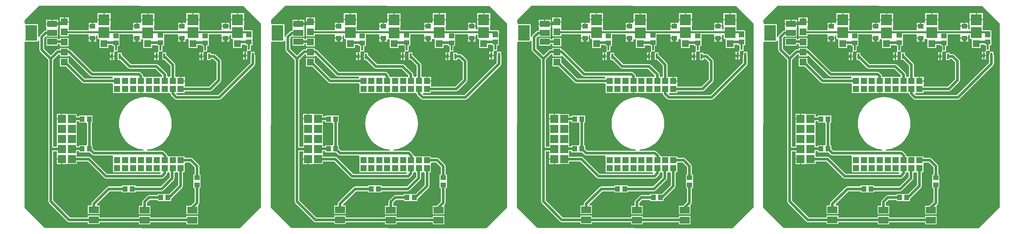
<source format=gbl>
G04 Layer_Physical_Order=2*
G04 Layer_Color=16711680*
%FSLAX44Y44*%
%MOMM*%
G71*
G01*
G75*
%ADD10R,2.5000X1.5000*%
%ADD11R,1.4000X1.2000*%
%ADD12R,0.5500X1.4500*%
%ADD13R,0.5500X1.4500*%
%ADD14R,1.2000X1.4000*%
%ADD15C,0.7000*%
%ADD16R,3.0000X4.0000*%
%ADD17R,2.5000X0.8000*%
%ADD18R,46.5000X0.6000*%
%ADD19R,1.6000X1.6000*%
%ADD20R,1.8000X1.8000*%
%ADD21R,2.8000X2.8000*%
%ADD22R,2.0000X2.0000*%
%ADD23R,2.5000X1.7000*%
G36*
X674334Y785439D02*
X674334Y783975D01*
Y778169D01*
X683874D01*
Y776899D01*
X685144D01*
Y768359D01*
X693414D01*
Y773839D01*
X695876Y775139D01*
X696414Y775139D01*
X698083D01*
X700876Y774639D01*
X700876Y772139D01*
Y752639D01*
X722876D01*
Y759975D01*
X733874D01*
Y757139D01*
X738124D01*
Y745692D01*
X738124Y744261D01*
X738124Y743557D01*
X736424Y741261D01*
X735512Y741261D01*
X734492D01*
Y732741D01*
X738512D01*
Y739126D01*
X738512Y740557D01*
X738512Y741261D01*
X740212Y743557D01*
X741124Y743557D01*
X747426D01*
X747624Y740639D01*
X747624Y740557D01*
Y722139D01*
X757124D01*
Y725436D01*
X762158D01*
X770921Y716673D01*
Y673605D01*
X752408Y655092D01*
X690874D01*
Y658599D01*
X691414D01*
Y667869D01*
X680874D01*
Y669139D01*
X679604D01*
Y679679D01*
X670334D01*
Y679139D01*
X666827D01*
Y710289D01*
X665084Y714499D01*
X645159Y734424D01*
X644124Y734852D01*
Y741039D01*
X634822D01*
X634624Y743957D01*
X634624Y744024D01*
Y758139D01*
X638874D01*
Y773139D01*
X638874Y776139D01*
X638874Y777139D01*
Y786974D01*
X671970D01*
X674334Y785439D01*
D02*
G37*
G36*
X784334Y785439D02*
X784334Y783975D01*
Y778169D01*
X793874D01*
X803414D01*
Y783974D01*
X806261Y785809D01*
X807876Y785133D01*
Y775139D01*
X810083D01*
X812876Y774639D01*
X812876Y772139D01*
Y752639D01*
X834876D01*
Y760975D01*
X843874D01*
Y759139D01*
X848124D01*
Y747692D01*
X848124Y746261D01*
X848124Y745557D01*
X846424Y743261D01*
X845512Y743261D01*
X844492D01*
Y734741D01*
X848512D01*
Y741126D01*
X848512Y742557D01*
X848512Y743261D01*
X850212Y745557D01*
X851124Y745557D01*
X857426D01*
X857624Y742639D01*
X857624Y742557D01*
Y736294D01*
X856421Y733389D01*
Y715105D01*
X775408Y634092D01*
X672340D01*
X669882Y636550D01*
X671536Y639139D01*
X690874D01*
Y643186D01*
X754874D01*
X759084Y644930D01*
X781084Y666930D01*
X782827Y671139D01*
Y719139D01*
X781084Y723349D01*
X768834Y735599D01*
X764624Y737342D01*
X757124D01*
Y740639D01*
X747822D01*
X747624Y743557D01*
X747624Y743624D01*
Y757139D01*
X751874D01*
Y772139D01*
X751874Y775139D01*
X751874Y776139D01*
Y786974D01*
X781970D01*
X784334Y785439D01*
D02*
G37*
G36*
X561334Y785439D02*
X561334Y783975D01*
Y778169D01*
X570874D01*
Y776899D01*
X572144D01*
Y768359D01*
X580414D01*
Y772145D01*
X581876Y774539D01*
X584083Y774539D01*
X586876Y774039D01*
X586876Y771539D01*
Y752039D01*
X608876D01*
Y759374D01*
X620874D01*
Y758139D01*
X625124D01*
Y746092D01*
X625124Y744661D01*
X625124Y743957D01*
X623424Y741661D01*
X622512Y741661D01*
X621492D01*
Y733141D01*
X625512D01*
Y739526D01*
X625512Y740957D01*
X625512Y741661D01*
X627212Y743957D01*
X628124Y743957D01*
X634426D01*
X634624Y741039D01*
X634624Y740957D01*
Y722539D01*
X640205D01*
X654921Y707823D01*
Y681261D01*
X652800Y679139D01*
X650874Y679139D01*
X648949D01*
X646827Y681261D01*
Y685139D01*
X645084Y689349D01*
X624084Y710349D01*
X619874Y712092D01*
X555090D01*
X532124Y735058D01*
Y740639D01*
X522822D01*
X522624Y743557D01*
X522624Y743624D01*
Y757139D01*
X526874D01*
Y772139D01*
X526874Y775139D01*
X526874Y776139D01*
Y786974D01*
X558970D01*
X561334Y785439D01*
D02*
G37*
G36*
X839141Y858453D02*
X883141Y814453D01*
Y350406D01*
X830057Y297322D01*
X338874Y298139D01*
X287393Y349620D01*
X288087Y765968D01*
X289874Y768475D01*
X319874D01*
X321405Y769109D01*
X322039Y770639D01*
X324921Y770355D01*
Y748139D01*
X326665Y743930D01*
X347921Y722673D01*
Y497539D01*
Y365139D01*
X349665Y360930D01*
X395665Y314930D01*
X399874Y313186D01*
X447374D01*
Y308639D01*
X476374D01*
Y313186D01*
X575374D01*
Y307639D01*
X604374D01*
Y313186D01*
X695374D01*
Y307639D01*
X724374D01*
Y328639D01*
X695374D01*
Y325092D01*
X604374D01*
Y328639D01*
X575374D01*
Y325092D01*
X476374D01*
Y329639D01*
X447374D01*
Y325092D01*
X402340D01*
X359827Y367605D01*
Y491586D01*
X369474D01*
Y487455D01*
X368934Y484679D01*
X368934Y482763D01*
Y473409D01*
X381474D01*
Y472139D01*
X382744D01*
Y459599D01*
X392098D01*
X394014Y459599D01*
X396791Y460139D01*
X418874D01*
Y466186D01*
X447408D01*
X488665Y424930D01*
X492874Y423186D01*
X492874Y423186D01*
X633874D01*
X638084Y424930D01*
X645084Y431930D01*
X646827Y436139D01*
X646827Y436139D01*
Y437018D01*
X648949Y439139D01*
X651800D01*
X653921Y437018D01*
Y426605D01*
X630408Y403092D01*
X602874D01*
X602874Y403092D01*
X566874D01*
Y406139D01*
X551874D01*
X548874Y406139D01*
X547874Y406139D01*
X532874D01*
Y403092D01*
X499874D01*
X495665Y401349D01*
X457665Y363349D01*
X455921Y359139D01*
Y355039D01*
X447374D01*
Y334039D01*
X476374D01*
Y355039D01*
X470436D01*
X469193Y358039D01*
X502340Y391186D01*
X532874D01*
Y388139D01*
X547874D01*
X550874Y388139D01*
X551874Y388139D01*
X566874D01*
Y391186D01*
X601874D01*
X601874Y391186D01*
X632874D01*
X637084Y392930D01*
X664084Y419930D01*
X665827Y424139D01*
Y437018D01*
X667949Y439139D01*
X670848Y439139D01*
X672800Y439139D01*
X674921Y437018D01*
Y406605D01*
X652455Y384139D01*
X641874D01*
X638874Y384139D01*
X637874Y384139D01*
X622874D01*
Y381092D01*
X600874D01*
X596665Y379349D01*
X585665Y368349D01*
X583921Y364139D01*
Y354039D01*
X575374D01*
Y333039D01*
X604374D01*
Y354039D01*
X595827D01*
Y361673D01*
X603340Y369186D01*
X622874D01*
Y366139D01*
X637874D01*
X640874Y366139D01*
X641874Y366139D01*
X656874D01*
Y371720D01*
X685084Y399930D01*
X686827Y404139D01*
Y439139D01*
X690874D01*
Y456139D01*
X690874Y459139D01*
Y461065D01*
X692996Y463186D01*
X704408D01*
X715921Y451673D01*
Y433139D01*
X712874D01*
Y418139D01*
X712874Y415139D01*
X712874Y414139D01*
Y399139D01*
X715921D01*
Y364605D01*
X705665Y354349D01*
X705536Y354039D01*
X695374D01*
Y333039D01*
X724374D01*
Y354039D01*
X724374D01*
X723735Y355581D01*
X726084Y357930D01*
X727827Y362139D01*
Y399139D01*
X730874D01*
Y414139D01*
X730874Y417139D01*
X730874Y418139D01*
Y433139D01*
X727827D01*
Y454139D01*
X726084Y458349D01*
X711084Y473349D01*
X706874Y475092D01*
X690874D01*
Y479139D01*
X673874D01*
X670874Y479139D01*
X667874Y479139D01*
X653874D01*
X650599Y479139D01*
X647827Y480139D01*
X646084Y484349D01*
X639084Y491349D01*
X634874Y493092D01*
X596472D01*
X596388Y496092D01*
X599176Y496249D01*
X599292Y496305D01*
X599417Y496276D01*
X606507Y497481D01*
X606616Y497549D01*
X606744Y497535D01*
X613655Y499526D01*
X613755Y499606D01*
X613884D01*
X620528Y502358D01*
X620619Y502449D01*
X620747Y502463D01*
X627042Y505942D01*
X627122Y506043D01*
X627247Y506072D01*
X633113Y510233D01*
X633181Y510342D01*
X633302Y510385D01*
X638665Y515177D01*
X638721Y515293D01*
X638837Y515349D01*
X643629Y520711D01*
X643671Y520832D01*
X643780Y520901D01*
X647942Y526766D01*
X647971Y526892D01*
X648071Y526972D01*
X651550Y533266D01*
X651564Y533394D01*
X651655Y533485D01*
X654408Y540129D01*
Y540258D01*
X654488Y540359D01*
X656479Y547269D01*
X656464Y547397D01*
X656533Y547506D01*
X657737Y554596D01*
X657709Y554721D01*
X657765Y554837D01*
X658067Y560221D01*
X658045Y560283D01*
X658070Y560343D01*
Y563936D01*
X658045Y563996D01*
X658067Y564057D01*
X657765Y569441D01*
X657709Y569557D01*
X657737Y569682D01*
X656533Y576773D01*
X656464Y576881D01*
X656479Y577009D01*
X654488Y583920D01*
X654408Y584021D01*
Y584149D01*
X651655Y590794D01*
X651564Y590885D01*
X651550Y591012D01*
X648071Y597307D01*
X647971Y597387D01*
X647942Y597512D01*
X643780Y603378D01*
X643671Y603446D01*
X643629Y603568D01*
X638837Y608930D01*
X638721Y608986D01*
X638665Y609102D01*
X633302Y613894D01*
X633181Y613936D01*
X633113Y614045D01*
X627247Y618207D01*
X627122Y618236D01*
X627042Y618336D01*
X620747Y621815D01*
X620619Y621829D01*
X620528Y621920D01*
X613884Y624673D01*
X613755D01*
X613655Y624753D01*
X606744Y626744D01*
X606616Y626729D01*
X606507Y626798D01*
X599417Y628002D01*
X599292Y627974D01*
X599176Y628030D01*
X593792Y628332D01*
X593731Y628310D01*
X593671Y628335D01*
X590078D01*
X590018Y628310D01*
X589956Y628332D01*
X584572Y628030D01*
X584456Y627974D01*
X584331Y628002D01*
X577241Y626798D01*
X577132Y626729D01*
X577004Y626744D01*
X570093Y624753D01*
X569993Y624673D01*
X569864D01*
X563220Y621920D01*
X563129Y621829D01*
X563001Y621815D01*
X556707Y618336D01*
X556627Y618236D01*
X556501Y618207D01*
X550636Y614045D01*
X550567Y613936D01*
X550446Y613894D01*
X545083Y609102D01*
X545028Y608986D01*
X544912Y608930D01*
X540120Y603568D01*
X540077Y603446D01*
X539968Y603378D01*
X535806Y597512D01*
X535778Y597387D01*
X535677Y597307D01*
X532198Y591012D01*
X532184Y590885D01*
X532093Y590794D01*
X529341Y584149D01*
Y584021D01*
X529261Y583920D01*
X527270Y577009D01*
X527284Y576881D01*
X527216Y576773D01*
X526011Y569682D01*
X526040Y569557D01*
X525984Y569441D01*
X525682Y564057D01*
X525703Y563996D01*
X525678Y563936D01*
Y560343D01*
X525703Y560283D01*
X525682Y560221D01*
X525984Y554837D01*
X526040Y554721D01*
X526011Y554596D01*
X527216Y547506D01*
X527284Y547397D01*
X527270Y547269D01*
X529261Y540359D01*
X529341Y540258D01*
Y540129D01*
X532093Y533485D01*
X532184Y533394D01*
X532198Y533266D01*
X535677Y526972D01*
X535778Y526892D01*
X535806Y526766D01*
X539968Y520901D01*
X540077Y520832D01*
X540120Y520711D01*
X544912Y515349D01*
X545028Y515293D01*
X545083Y515177D01*
X550446Y510385D01*
X550567Y510342D01*
X550636Y510233D01*
X556501Y506072D01*
X556627Y506043D01*
X556707Y505942D01*
X563001Y502463D01*
X563129Y502449D01*
X563220Y502358D01*
X569864Y499606D01*
X569993D01*
X570093Y499526D01*
X577004Y497535D01*
X577132Y497549D01*
X577241Y497481D01*
X584331Y496276D01*
X584456Y496305D01*
X584572Y496249D01*
X587361Y496092D01*
X587276Y493092D01*
X464340D01*
X458874Y498558D01*
Y507139D01*
X456827D01*
Y564139D01*
X458874D01*
Y582139D01*
X443874D01*
X440874Y582139D01*
X439874Y582139D01*
X424874D01*
Y579692D01*
X418874D01*
Y585739D01*
X396791D01*
X394014Y586279D01*
X392098Y586279D01*
X382744D01*
Y573739D01*
X381474D01*
Y572469D01*
X368934D01*
Y563116D01*
X368934Y561199D01*
X369474Y558423D01*
Y537939D01*
X369474Y536339D01*
X369474Y533339D01*
Y512539D01*
X369474Y510939D01*
X369474Y507939D01*
Y503492D01*
X359827D01*
Y722673D01*
X373874Y736720D01*
X376874Y736061D01*
Y730739D01*
X398874D01*
Y731801D01*
X401646Y732949D01*
X452665Y681930D01*
X456874Y680186D01*
X508308D01*
X509567Y679672D01*
X510023Y676363D01*
X508753Y675092D01*
X439340D01*
X398874Y715558D01*
Y727339D01*
X376874D01*
Y705339D01*
X392255D01*
X432665Y664930D01*
X436874Y663186D01*
X508753D01*
X510874Y661065D01*
Y659139D01*
X510874Y656139D01*
Y639139D01*
X527874D01*
X530874Y639139D01*
X533874Y639139D01*
X547874D01*
X550874Y639139D01*
X553874Y639139D01*
X570334D01*
Y638599D01*
X579604D01*
Y649139D01*
X582144D01*
Y638599D01*
X591414D01*
Y639139D01*
X607874D01*
X610874Y639139D01*
X613874Y639139D01*
X627874D01*
X630874Y639139D01*
X633874Y639139D01*
X647874D01*
X650874Y639139D01*
X652921Y639139D01*
X654921Y637139D01*
X656665Y632930D01*
X665665Y623930D01*
X669874Y622186D01*
X777874D01*
X782084Y623930D01*
X866584Y708430D01*
X868327Y712639D01*
Y733389D01*
X867124Y736294D01*
Y742639D01*
X857822D01*
X857624Y745557D01*
X857624Y745624D01*
Y759139D01*
X861874D01*
Y774139D01*
X861874Y777139D01*
X861874Y778139D01*
Y788742D01*
X862039Y789139D01*
Y795139D01*
X861405Y796670D01*
X859874Y797304D01*
X839876D01*
Y807099D01*
X840416D01*
Y822369D01*
X823876D01*
X807336D01*
Y807099D01*
X807876D01*
Y799146D01*
X806261Y798470D01*
X803414Y800304D01*
Y806109D01*
X793874D01*
Y807379D01*
D01*
Y806109D01*
X784334D01*
Y800304D01*
X784334Y798839D01*
X781970Y797304D01*
X727876D01*
Y807099D01*
X728416D01*
Y822369D01*
X711876D01*
X695336D01*
Y818123D01*
X693414Y815919D01*
X692336Y815919D01*
X685144D01*
Y807379D01*
X683874D01*
Y806109D01*
X674334D01*
Y800304D01*
X674334Y798839D01*
X671970Y797304D01*
X613876D01*
Y806499D01*
X614416D01*
Y821769D01*
X597876D01*
X581336D01*
Y818538D01*
X580414Y815919D01*
X578336Y815919D01*
X572144D01*
Y807379D01*
X570874D01*
Y806109D01*
X561334D01*
Y800304D01*
X561334Y798839D01*
X558970Y797304D01*
X503874D01*
Y807099D01*
X504414D01*
Y822369D01*
X487874D01*
Y823639D01*
D01*
Y822369D01*
X471334D01*
Y816113D01*
X468414Y815919D01*
X468334Y815919D01*
X460144D01*
Y807379D01*
X458874D01*
Y806109D01*
X449334D01*
Y800304D01*
X449334Y798839D01*
X446970Y797304D01*
X398874D01*
Y803399D01*
X398874Y803539D01*
X399212Y806399D01*
X399414D01*
Y816669D01*
X387874D01*
X376334D01*
Y806399D01*
X376536D01*
X376874Y803539D01*
X376874Y803399D01*
Y781539D01*
X398874D01*
Y786974D01*
X446970D01*
X449334Y785439D01*
X449334Y783975D01*
Y778169D01*
X458874D01*
X468414D01*
Y782574D01*
X470959Y784300D01*
X471414Y784359D01*
X471874Y784109D01*
Y775139D01*
X474081D01*
X476874Y774639D01*
X476874Y772139D01*
Y752639D01*
X498874D01*
Y759975D01*
X508874D01*
Y757139D01*
X513124D01*
Y745692D01*
X513124Y744261D01*
X513124Y743557D01*
X511424Y741261D01*
X510512Y741261D01*
X509492D01*
Y732741D01*
X513512D01*
Y739126D01*
X513512Y740557D01*
X513512Y741261D01*
X515212Y743557D01*
X516124Y743557D01*
X522426D01*
X522624Y740639D01*
X522624Y740557D01*
Y734294D01*
X521421Y731389D01*
X522624Y728484D01*
Y722139D01*
X528205D01*
X548415Y701930D01*
X552624Y700186D01*
X617408D01*
X633799Y683796D01*
X633799Y680138D01*
X632800Y679139D01*
X630874D01*
X627874Y679139D01*
X613874D01*
X610874Y679139D01*
X607874Y679139D01*
X593874D01*
X590874Y679139D01*
Y679139D01*
X590874D01*
Y679139D01*
X586827D01*
Y681139D01*
X585084Y685349D01*
X580084Y690349D01*
X575874Y692092D01*
X459340D01*
X404084Y747349D01*
X399874Y749092D01*
X398874D01*
Y752739D01*
X376874D01*
Y749092D01*
X371874D01*
X367665Y747349D01*
X353874Y733558D01*
X336827Y750605D01*
Y777673D01*
X341049Y781895D01*
X342874Y781139D01*
Y781139D01*
X371874D01*
Y800099D01*
X371874Y800139D01*
X371971Y803099D01*
X372414D01*
Y811869D01*
X357374D01*
X342334D01*
Y803099D01*
X342778D01*
X342874Y800139D01*
X342874Y800099D01*
Y796592D01*
X341374D01*
X337165Y794849D01*
X326665Y784349D01*
X324921Y780139D01*
X322039Y780424D01*
Y810639D01*
X321405Y812170D01*
X319874Y812804D01*
X291165D01*
X288511Y814836D01*
X288169Y815345D01*
X288182Y822955D01*
X323832Y859318D01*
X839141Y858453D01*
D02*
G37*
G36*
X424874Y489139D02*
X439874D01*
X442874Y489139D01*
X443874Y489139D01*
X451455D01*
X457665Y482930D01*
X461874Y481186D01*
X508722D01*
X510874Y479139D01*
X510874Y478186D01*
Y462139D01*
X510874Y459139D01*
X510874Y456139D01*
Y439139D01*
X527874D01*
X530874Y439139D01*
X533874Y439139D01*
X547874D01*
X550874Y439139D01*
X553874Y439139D01*
X567874D01*
X570874Y439139D01*
X573874Y439139D01*
X587874D01*
X590377Y439139D01*
X593874Y439139D01*
X607874D01*
X610874Y439139D01*
X613874Y439139D01*
X628842Y439139D01*
X630388Y436139D01*
X629642Y435092D01*
X495340D01*
X454084Y476349D01*
X449874Y478092D01*
X418874D01*
X418874Y484139D01*
X418874Y487139D01*
Y492186D01*
X424874D01*
Y489139D01*
D02*
G37*
G36*
X424874Y564139D02*
X439874D01*
X442874Y564139D01*
X444921Y561573D01*
Y509261D01*
X442800Y507139D01*
X440874D01*
X439874Y507139D01*
X424874D01*
Y504092D01*
X418874D01*
X418874Y509539D01*
X418874Y512539D01*
Y533339D01*
X418874Y534939D01*
X418874Y537939D01*
Y558739D01*
X418874Y560339D01*
X418874Y563339D01*
Y567786D01*
X424874D01*
Y564139D01*
D02*
G37*
%LPC*%
G36*
X506952Y741261D02*
X502932D01*
Y732741D01*
X506952D01*
Y741261D01*
D02*
G37*
G36*
X625512Y730601D02*
X621492D01*
Y722081D01*
X625512D01*
Y730601D01*
D02*
G37*
G36*
X841952Y732201D02*
X837932D01*
Y723681D01*
X841952D01*
Y732201D01*
D02*
G37*
G36*
X848512D02*
X844492D01*
Y723681D01*
X848512D01*
Y732201D01*
D02*
G37*
G36*
X841952Y743261D02*
X837932D01*
Y734741D01*
X841952D01*
Y743261D01*
D02*
G37*
G36*
X457604Y775629D02*
X449334D01*
Y768359D01*
X457604D01*
Y775629D01*
D02*
G37*
G36*
X731952Y741261D02*
X727932D01*
Y732741D01*
X731952D01*
Y741261D01*
D02*
G37*
G36*
X618952Y741661D02*
X614932D01*
Y733141D01*
X618952D01*
Y741661D01*
D02*
G37*
G36*
X691414Y679679D02*
X682144D01*
Y670409D01*
X691414D01*
Y679679D01*
D02*
G37*
G36*
X506952Y730201D02*
X502932D01*
Y721681D01*
X506952D01*
Y730201D01*
D02*
G37*
G36*
X380204Y470869D02*
X368934D01*
Y459599D01*
X380204D01*
Y470869D01*
D02*
G37*
G36*
Y586279D02*
X368934D01*
Y575009D01*
X380204D01*
Y586279D01*
D02*
G37*
G36*
X738512Y730201D02*
X734492D01*
Y721681D01*
X738512D01*
Y730201D01*
D02*
G37*
G36*
X618952Y730601D02*
X614932D01*
Y722081D01*
X618952D01*
Y730601D01*
D02*
G37*
G36*
X513512Y730201D02*
X509492D01*
Y721681D01*
X513512D01*
Y730201D01*
D02*
G37*
G36*
X731952D02*
X727932D01*
Y721681D01*
X731952D01*
Y730201D01*
D02*
G37*
G36*
X468414Y775629D02*
X460144D01*
Y768359D01*
X468414D01*
Y775629D01*
D02*
G37*
G36*
X596606Y839579D02*
X581336D01*
Y824309D01*
X596606D01*
Y839579D01*
D02*
G37*
G36*
X614416D02*
X599146D01*
Y824309D01*
X614416D01*
Y839579D01*
D02*
G37*
G36*
X399414Y829479D02*
X389144D01*
Y819209D01*
X399414D01*
Y829479D01*
D02*
G37*
G36*
X372414Y823179D02*
X358644D01*
Y814409D01*
X372414D01*
Y823179D01*
D02*
G37*
G36*
X386604Y829479D02*
X376334D01*
Y819209D01*
X386604D01*
Y829479D01*
D02*
G37*
G36*
X710606Y840179D02*
X695336D01*
Y824909D01*
X710606D01*
Y840179D01*
D02*
G37*
G36*
X486604D02*
X471334D01*
Y824909D01*
X486604D01*
Y840179D01*
D02*
G37*
G36*
X504414D02*
X489144D01*
Y824909D01*
X504414D01*
Y840179D01*
D02*
G37*
G36*
X728416D02*
X713146D01*
Y824909D01*
X728416D01*
Y840179D01*
D02*
G37*
G36*
X822606Y840179D02*
X807336D01*
Y824909D01*
X822606D01*
Y840179D01*
D02*
G37*
G36*
X840416D02*
X825146D01*
Y824909D01*
X840416D01*
Y840179D01*
D02*
G37*
G36*
X803414Y775629D02*
X795144D01*
Y768359D01*
X803414D01*
Y775629D01*
D02*
G37*
G36*
X398874Y778139D02*
X376874D01*
Y774092D01*
X371874D01*
Y777639D01*
X342874D01*
Y758639D01*
X371874D01*
Y762186D01*
X376874D01*
Y756139D01*
X398874D01*
Y778139D01*
D02*
G37*
G36*
X792604Y775629D02*
X784334D01*
Y768359D01*
X792604D01*
Y775629D01*
D02*
G37*
G36*
X569604Y775629D02*
X561334D01*
Y768359D01*
X569604D01*
Y775629D01*
D02*
G37*
G36*
X682604D02*
X674334D01*
Y768359D01*
X682604D01*
Y775629D01*
D02*
G37*
G36*
X569604Y815919D02*
X561334D01*
Y808649D01*
X569604D01*
Y815919D01*
D02*
G37*
G36*
X803414Y815919D02*
X795144D01*
Y808649D01*
X803414D01*
Y815919D01*
D02*
G37*
G36*
X356104Y823179D02*
X342334D01*
Y814409D01*
X356104D01*
Y823179D01*
D02*
G37*
G36*
X792604Y815919D02*
X784334D01*
Y808649D01*
X792604D01*
Y815919D01*
D02*
G37*
G36*
X682604Y815919D02*
X674334D01*
Y808649D01*
X682604D01*
Y815919D01*
D02*
G37*
G36*
X457604D02*
X449334D01*
Y808649D01*
X457604D01*
Y815919D01*
D02*
G37*
%LPD*%
G36*
X1294334Y785439D02*
X1294334Y783975D01*
Y778169D01*
X1303874D01*
Y776899D01*
X1305144D01*
Y768359D01*
X1313414D01*
Y773839D01*
X1315876Y775139D01*
X1316414Y775139D01*
X1318083D01*
X1320876Y774639D01*
X1320876Y772139D01*
Y752639D01*
X1342876D01*
Y759975D01*
X1353874D01*
Y757139D01*
X1358124D01*
Y745692D01*
X1358124Y744261D01*
X1358124Y743557D01*
X1356424Y741261D01*
X1355512Y741261D01*
X1354492D01*
Y732741D01*
X1358512D01*
Y739126D01*
X1358512Y740557D01*
X1358512Y741261D01*
X1360212Y743557D01*
X1361124Y743557D01*
X1367426D01*
X1367624Y740639D01*
X1367624Y740557D01*
Y722139D01*
X1377124D01*
Y725436D01*
X1382158D01*
X1390921Y716673D01*
Y673605D01*
X1372408Y655092D01*
X1310874D01*
Y658599D01*
X1311414D01*
Y667869D01*
X1300874D01*
Y669139D01*
X1299604D01*
Y679679D01*
X1290334D01*
Y679139D01*
X1286827D01*
Y710289D01*
X1285084Y714499D01*
X1265159Y734424D01*
X1264124Y734852D01*
Y741039D01*
X1254822D01*
X1254624Y743957D01*
X1254624Y744024D01*
Y758139D01*
X1258874D01*
Y773139D01*
X1258874Y776139D01*
X1258874Y777139D01*
Y786974D01*
X1291970D01*
X1294334Y785439D01*
D02*
G37*
G36*
X1404334Y785439D02*
X1404334Y783975D01*
Y778169D01*
X1413874D01*
X1423414D01*
Y783974D01*
X1426261Y785809D01*
X1427876Y785133D01*
Y775139D01*
X1430083D01*
X1432876Y774639D01*
X1432876Y772139D01*
Y752639D01*
X1454876D01*
Y760975D01*
X1463874D01*
Y759139D01*
X1468124D01*
Y747692D01*
X1468124Y746261D01*
X1468124Y745557D01*
X1466424Y743261D01*
X1465512Y743261D01*
X1464492D01*
Y734741D01*
X1468512D01*
Y741126D01*
X1468512Y742557D01*
X1468512Y743261D01*
X1470212Y745557D01*
X1471124Y745557D01*
X1477426D01*
X1477624Y742639D01*
X1477624Y742557D01*
Y736294D01*
X1476421Y733389D01*
Y715105D01*
X1395408Y634092D01*
X1292340D01*
X1289882Y636550D01*
X1291536Y639139D01*
X1310874D01*
Y643186D01*
X1374874D01*
X1379084Y644930D01*
X1401084Y666930D01*
X1402827Y671139D01*
Y719139D01*
X1401084Y723349D01*
X1388834Y735599D01*
X1384624Y737342D01*
X1377124D01*
Y740639D01*
X1367822D01*
X1367624Y743557D01*
X1367624Y743624D01*
Y757139D01*
X1371874D01*
Y772139D01*
X1371874Y775139D01*
X1371874Y776139D01*
Y786974D01*
X1401970D01*
X1404334Y785439D01*
D02*
G37*
G36*
X1181334Y785439D02*
X1181334Y783975D01*
Y778169D01*
X1190874D01*
Y776899D01*
X1192144D01*
Y768359D01*
X1200414D01*
Y772145D01*
X1201876Y774539D01*
X1204083Y774539D01*
X1206876Y774039D01*
X1206876Y771539D01*
Y752039D01*
X1228876D01*
Y759374D01*
X1240874D01*
Y758139D01*
X1245124D01*
Y746092D01*
X1245124Y744661D01*
X1245124Y743957D01*
X1243424Y741661D01*
X1242512Y741661D01*
X1241492D01*
Y733141D01*
X1245512D01*
Y739526D01*
X1245512Y740957D01*
X1245512Y741661D01*
X1247212Y743957D01*
X1248124Y743957D01*
X1254426D01*
X1254624Y741039D01*
X1254624Y740957D01*
Y722539D01*
X1260205D01*
X1274921Y707823D01*
Y681261D01*
X1272800Y679139D01*
X1270874Y679139D01*
X1268949D01*
X1266827Y681261D01*
Y685139D01*
X1265084Y689349D01*
X1244084Y710349D01*
X1239874Y712092D01*
X1175090D01*
X1152124Y735058D01*
Y740639D01*
X1142822D01*
X1142624Y743557D01*
X1142624Y743624D01*
Y757139D01*
X1146874D01*
Y772139D01*
X1146874Y775139D01*
X1146874Y776139D01*
Y786974D01*
X1178970D01*
X1181334Y785439D01*
D02*
G37*
G36*
X1459141Y858453D02*
X1503141Y814453D01*
Y350406D01*
X1450057Y297322D01*
X958874Y298139D01*
X907393Y349620D01*
X908087Y765968D01*
X909874Y768475D01*
X939874D01*
X941405Y769109D01*
X942039Y770639D01*
X944921Y770355D01*
Y748139D01*
X946665Y743930D01*
X967921Y722673D01*
Y497539D01*
Y365139D01*
X969665Y360930D01*
X1015665Y314930D01*
X1019874Y313186D01*
X1067374D01*
Y308639D01*
X1096374D01*
Y313186D01*
X1195374D01*
Y307639D01*
X1224374D01*
Y313186D01*
X1315374D01*
Y307639D01*
X1344374D01*
Y328639D01*
X1315374D01*
Y325092D01*
X1224374D01*
Y328639D01*
X1195374D01*
Y325092D01*
X1096374D01*
Y329639D01*
X1067374D01*
Y325092D01*
X1022340D01*
X979827Y367605D01*
Y491586D01*
X989474D01*
Y487455D01*
X988934Y484679D01*
X988934Y482763D01*
Y473409D01*
X1001474D01*
Y472139D01*
X1002744D01*
Y459599D01*
X1012098D01*
X1014014Y459599D01*
X1016790Y460139D01*
X1038874D01*
Y466186D01*
X1067408D01*
X1108665Y424930D01*
X1112874Y423186D01*
X1112874Y423186D01*
X1253874D01*
X1258084Y424930D01*
X1265084Y431930D01*
X1266827Y436139D01*
X1266827Y436139D01*
Y437018D01*
X1268949Y439139D01*
X1271800D01*
X1273921Y437018D01*
Y426605D01*
X1250408Y403092D01*
X1222874D01*
X1222874Y403092D01*
X1186874D01*
Y406139D01*
X1171874D01*
X1168874Y406139D01*
X1167874Y406139D01*
X1152874D01*
Y403092D01*
X1119874D01*
X1115665Y401349D01*
X1077665Y363349D01*
X1075921Y359139D01*
Y355039D01*
X1067374D01*
Y334039D01*
X1096374D01*
Y355039D01*
X1090436D01*
X1089193Y358039D01*
X1122340Y391186D01*
X1152874D01*
Y388139D01*
X1167874D01*
X1170874Y388139D01*
X1171874Y388139D01*
X1186874D01*
Y391186D01*
X1221874D01*
X1221874Y391186D01*
X1252874D01*
X1257084Y392930D01*
X1284084Y419930D01*
X1285827Y424139D01*
Y437018D01*
X1287949Y439139D01*
X1290848Y439139D01*
X1292800Y439139D01*
X1294921Y437018D01*
Y406605D01*
X1272455Y384139D01*
X1261874D01*
X1258874Y384139D01*
X1257874Y384139D01*
X1242874D01*
Y381092D01*
X1220874D01*
X1216665Y379349D01*
X1205665Y368349D01*
X1203921Y364139D01*
Y354039D01*
X1195374D01*
Y333039D01*
X1224374D01*
Y354039D01*
X1215827D01*
Y361673D01*
X1223340Y369186D01*
X1242874D01*
Y366139D01*
X1257874D01*
X1260874Y366139D01*
X1261874Y366139D01*
X1276874D01*
Y371720D01*
X1305084Y399930D01*
X1306827Y404139D01*
Y439139D01*
X1310874D01*
Y456139D01*
X1310874Y459139D01*
Y461065D01*
X1312995Y463186D01*
X1324408D01*
X1335921Y451673D01*
Y433139D01*
X1332874D01*
Y418139D01*
X1332874Y415139D01*
X1332874Y414139D01*
Y399139D01*
X1335921D01*
Y364605D01*
X1325665Y354349D01*
X1325536Y354039D01*
X1315374D01*
Y333039D01*
X1344374D01*
Y354039D01*
X1344374D01*
X1343735Y355581D01*
X1346084Y357930D01*
X1347827Y362139D01*
Y399139D01*
X1350874D01*
Y414139D01*
X1350874Y417139D01*
X1350874Y418139D01*
Y433139D01*
X1347827D01*
Y454139D01*
X1346084Y458349D01*
X1331084Y473349D01*
X1326874Y475092D01*
X1310874D01*
Y479139D01*
X1293874D01*
X1290874Y479139D01*
X1287874Y479139D01*
X1273874D01*
X1270599Y479139D01*
X1267827Y480139D01*
X1266084Y484349D01*
X1259084Y491349D01*
X1254874Y493092D01*
X1216472D01*
X1216388Y496092D01*
X1219176Y496249D01*
X1219292Y496305D01*
X1219417Y496276D01*
X1226508Y497481D01*
X1226616Y497549D01*
X1226744Y497535D01*
X1233655Y499526D01*
X1233755Y499606D01*
X1233884D01*
X1240528Y502358D01*
X1240619Y502449D01*
X1240747Y502463D01*
X1247042Y505942D01*
X1247122Y506043D01*
X1247247Y506072D01*
X1253113Y510233D01*
X1253181Y510342D01*
X1253302Y510385D01*
X1258665Y515177D01*
X1258721Y515293D01*
X1258837Y515349D01*
X1263629Y520711D01*
X1263671Y520832D01*
X1263780Y520901D01*
X1267942Y526766D01*
X1267971Y526892D01*
X1268071Y526972D01*
X1271550Y533266D01*
X1271564Y533394D01*
X1271655Y533485D01*
X1274408Y540129D01*
Y540258D01*
X1274488Y540359D01*
X1276479Y547269D01*
X1276464Y547397D01*
X1276533Y547506D01*
X1277737Y554596D01*
X1277709Y554721D01*
X1277765Y554837D01*
X1278067Y560221D01*
X1278045Y560283D01*
X1278070Y560343D01*
Y563936D01*
X1278045Y563996D01*
X1278067Y564057D01*
X1277765Y569441D01*
X1277709Y569557D01*
X1277737Y569682D01*
X1276533Y576773D01*
X1276464Y576881D01*
X1276479Y577009D01*
X1274488Y583920D01*
X1274408Y584021D01*
Y584149D01*
X1271655Y590794D01*
X1271564Y590885D01*
X1271550Y591012D01*
X1268071Y597307D01*
X1267971Y597387D01*
X1267942Y597512D01*
X1263780Y603378D01*
X1263671Y603446D01*
X1263629Y603568D01*
X1258837Y608930D01*
X1258721Y608986D01*
X1258665Y609102D01*
X1253302Y613894D01*
X1253181Y613936D01*
X1253113Y614045D01*
X1247247Y618207D01*
X1247122Y618236D01*
X1247042Y618336D01*
X1240747Y621815D01*
X1240619Y621829D01*
X1240528Y621920D01*
X1233884Y624673D01*
X1233755D01*
X1233655Y624753D01*
X1226744Y626744D01*
X1226616Y626729D01*
X1226508Y626798D01*
X1219417Y628002D01*
X1219292Y627974D01*
X1219176Y628030D01*
X1213792Y628332D01*
X1213731Y628310D01*
X1213671Y628335D01*
X1210078D01*
X1210018Y628310D01*
X1209956Y628332D01*
X1204572Y628030D01*
X1204456Y627974D01*
X1204331Y628002D01*
X1197241Y626798D01*
X1197132Y626729D01*
X1197004Y626744D01*
X1190093Y624753D01*
X1189993Y624673D01*
X1189864D01*
X1183220Y621920D01*
X1183129Y621829D01*
X1183001Y621815D01*
X1176707Y618336D01*
X1176627Y618236D01*
X1176501Y618207D01*
X1170636Y614045D01*
X1170567Y613936D01*
X1170446Y613894D01*
X1165083Y609102D01*
X1165028Y608986D01*
X1164912Y608930D01*
X1160119Y603568D01*
X1160077Y603446D01*
X1159968Y603378D01*
X1155807Y597512D01*
X1155778Y597387D01*
X1155677Y597307D01*
X1152198Y591012D01*
X1152184Y590885D01*
X1152093Y590794D01*
X1149341Y584149D01*
Y584021D01*
X1149261Y583920D01*
X1147270Y577009D01*
X1147284Y576881D01*
X1147216Y576773D01*
X1146011Y569682D01*
X1146040Y569557D01*
X1145984Y569441D01*
X1145682Y564057D01*
X1145703Y563996D01*
X1145678Y563936D01*
Y560343D01*
X1145703Y560283D01*
X1145682Y560221D01*
X1145984Y554837D01*
X1146040Y554721D01*
X1146011Y554596D01*
X1147216Y547506D01*
X1147284Y547397D01*
X1147270Y547269D01*
X1149261Y540359D01*
X1149341Y540258D01*
Y540129D01*
X1152093Y533485D01*
X1152184Y533394D01*
X1152198Y533266D01*
X1155677Y526972D01*
X1155778Y526892D01*
X1155807Y526766D01*
X1159968Y520901D01*
X1160077Y520832D01*
X1160119Y520711D01*
X1164912Y515349D01*
X1165028Y515293D01*
X1165083Y515177D01*
X1170446Y510385D01*
X1170567Y510342D01*
X1170636Y510233D01*
X1176501Y506072D01*
X1176627Y506043D01*
X1176707Y505942D01*
X1183001Y502463D01*
X1183129Y502449D01*
X1183220Y502358D01*
X1189864Y499606D01*
X1189993D01*
X1190093Y499526D01*
X1197004Y497535D01*
X1197132Y497549D01*
X1197241Y497481D01*
X1204331Y496276D01*
X1204456Y496305D01*
X1204572Y496249D01*
X1207361Y496092D01*
X1207276Y493092D01*
X1084340D01*
X1078874Y498558D01*
Y507139D01*
X1076827D01*
Y564139D01*
X1078874D01*
Y582139D01*
X1063874D01*
X1060874Y582139D01*
X1059874Y582139D01*
X1044874D01*
Y579692D01*
X1038874D01*
Y585739D01*
X1016790D01*
X1014014Y586279D01*
X1012098Y586279D01*
X1002744D01*
Y573739D01*
X1001474D01*
Y572469D01*
X988934D01*
Y563116D01*
X988934Y561199D01*
X989474Y558423D01*
Y537939D01*
X989474Y536339D01*
X989474Y533339D01*
Y512539D01*
X989474Y510939D01*
X989474Y507939D01*
Y503492D01*
X979827D01*
Y722673D01*
X993874Y736720D01*
X996874Y736061D01*
Y730739D01*
X1018874D01*
Y731801D01*
X1021646Y732949D01*
X1072665Y681930D01*
X1076874Y680186D01*
X1128308D01*
X1129567Y679672D01*
X1130023Y676363D01*
X1128753Y675092D01*
X1059340D01*
X1018874Y715558D01*
Y727339D01*
X996874D01*
Y705339D01*
X1012255D01*
X1052665Y664930D01*
X1056874Y663186D01*
X1128753D01*
X1130874Y661065D01*
Y659139D01*
X1130874Y656139D01*
Y639139D01*
X1147874D01*
X1150874Y639139D01*
X1153874Y639139D01*
X1167874D01*
X1170874Y639139D01*
X1173874Y639139D01*
X1190334D01*
Y638599D01*
X1199604D01*
Y649139D01*
X1202144D01*
Y638599D01*
X1211414D01*
Y639139D01*
X1227874D01*
X1230874Y639139D01*
X1233874Y639139D01*
X1247874D01*
X1250874Y639139D01*
X1253874Y639139D01*
X1267874D01*
X1270874Y639139D01*
X1272921Y639139D01*
X1274921Y637139D01*
X1276665Y632930D01*
X1285665Y623930D01*
X1289874Y622186D01*
X1397874D01*
X1402084Y623930D01*
X1486584Y708430D01*
X1488327Y712639D01*
Y733389D01*
X1487124Y736294D01*
Y742639D01*
X1477822D01*
X1477624Y745557D01*
X1477624Y745624D01*
Y759139D01*
X1481874D01*
Y774139D01*
X1481874Y777139D01*
X1481874Y778139D01*
Y788742D01*
X1482039Y789139D01*
Y795139D01*
X1481405Y796670D01*
X1479874Y797304D01*
X1459876D01*
Y807099D01*
X1460416D01*
Y822369D01*
X1443876D01*
X1427336D01*
Y807099D01*
X1427876D01*
Y799146D01*
X1426261Y798470D01*
X1423414Y800304D01*
Y806109D01*
X1413874D01*
Y807379D01*
D01*
Y806109D01*
X1404334D01*
Y800304D01*
X1404334Y798839D01*
X1401970Y797304D01*
X1347876D01*
Y807099D01*
X1348416D01*
Y822369D01*
X1331876D01*
X1315336D01*
Y818123D01*
X1313414Y815919D01*
X1312336Y815919D01*
X1305144D01*
Y807379D01*
X1303874D01*
Y806109D01*
X1294334D01*
Y800304D01*
X1294334Y798839D01*
X1291970Y797304D01*
X1233876D01*
Y806499D01*
X1234416D01*
Y821769D01*
X1217876D01*
X1201336D01*
Y818538D01*
X1200414Y815919D01*
X1198336Y815919D01*
X1192144D01*
Y807379D01*
X1190874D01*
Y806109D01*
X1181334D01*
Y800304D01*
X1181334Y798839D01*
X1178970Y797304D01*
X1123874D01*
Y807099D01*
X1124414D01*
Y822369D01*
X1107874D01*
Y823639D01*
D01*
Y822369D01*
X1091334D01*
Y816113D01*
X1088414Y815919D01*
X1088334Y815919D01*
X1080144D01*
Y807379D01*
X1078874D01*
Y806109D01*
X1069334D01*
Y800304D01*
X1069334Y798839D01*
X1066970Y797304D01*
X1018874D01*
Y803399D01*
X1018874Y803539D01*
X1019212Y806399D01*
X1019414D01*
Y816669D01*
X1007874D01*
X996334D01*
Y806399D01*
X996536D01*
X996874Y803539D01*
X996874Y803399D01*
Y781539D01*
X1018874D01*
Y786974D01*
X1066970D01*
X1069334Y785439D01*
X1069334Y783975D01*
Y778169D01*
X1078874D01*
X1088414D01*
Y782574D01*
X1090959Y784300D01*
X1091414Y784359D01*
X1091874Y784109D01*
Y775139D01*
X1094081D01*
X1096874Y774639D01*
X1096874Y772139D01*
Y752639D01*
X1118874D01*
Y759975D01*
X1128874D01*
Y757139D01*
X1133124D01*
Y745692D01*
X1133124Y744261D01*
X1133124Y743557D01*
X1131424Y741261D01*
X1130512Y741261D01*
X1129492D01*
Y732741D01*
X1133512D01*
Y739126D01*
X1133512Y740557D01*
X1133512Y741261D01*
X1135212Y743557D01*
X1136124Y743557D01*
X1142426D01*
X1142624Y740639D01*
X1142624Y740557D01*
Y734294D01*
X1141421Y731389D01*
X1142624Y728484D01*
Y722139D01*
X1148205D01*
X1168415Y701930D01*
X1172624Y700186D01*
X1237408D01*
X1253799Y683796D01*
X1253799Y680138D01*
X1252800Y679139D01*
X1250874D01*
X1247874Y679139D01*
X1233874D01*
X1230874Y679139D01*
X1227874Y679139D01*
X1213874D01*
X1210874Y679139D01*
Y679139D01*
X1210874D01*
Y679139D01*
X1206827D01*
Y681139D01*
X1205084Y685349D01*
X1200084Y690349D01*
X1195874Y692092D01*
X1079340D01*
X1024084Y747349D01*
X1019874Y749092D01*
X1018874D01*
Y752739D01*
X996874D01*
Y749092D01*
X991874D01*
X987665Y747349D01*
X973874Y733558D01*
X956827Y750605D01*
Y777673D01*
X961049Y781895D01*
X962874Y781139D01*
Y781139D01*
X991874D01*
Y800099D01*
X991874Y800139D01*
X991971Y803099D01*
X992414D01*
Y811869D01*
X977374D01*
X962334D01*
Y803099D01*
X962778D01*
X962874Y800139D01*
X962874Y800099D01*
Y796592D01*
X961374D01*
X957165Y794849D01*
X946665Y784349D01*
X944921Y780139D01*
X942039Y780424D01*
Y810639D01*
X941405Y812170D01*
X939874Y812804D01*
X911165D01*
X908511Y814836D01*
X908169Y815345D01*
X908182Y822955D01*
X943832Y859318D01*
X1459141Y858453D01*
D02*
G37*
G36*
X1044874Y489139D02*
X1059874D01*
X1062874Y489139D01*
X1063874Y489139D01*
X1071455D01*
X1077665Y482930D01*
X1081874Y481186D01*
X1128722D01*
X1130874Y479139D01*
X1130874Y478186D01*
Y462139D01*
X1130874Y459139D01*
X1130874Y456139D01*
Y439139D01*
X1147874D01*
X1150874Y439139D01*
X1153874Y439139D01*
X1167874D01*
X1170874Y439139D01*
X1173874Y439139D01*
X1187874D01*
X1190874Y439139D01*
X1193874Y439139D01*
X1207874D01*
X1210377Y439139D01*
X1213874Y439139D01*
X1227874D01*
X1230874Y439139D01*
X1233874Y439139D01*
X1248842Y439139D01*
X1250388Y436139D01*
X1249642Y435092D01*
X1115340D01*
X1074084Y476349D01*
X1069874Y478092D01*
X1038874D01*
X1038874Y484139D01*
X1038874Y487139D01*
Y492186D01*
X1044874D01*
Y489139D01*
D02*
G37*
G36*
X1044874Y564139D02*
X1059874D01*
X1062874Y564139D01*
X1064921Y561573D01*
Y509261D01*
X1062800Y507139D01*
X1060874D01*
X1059874Y507139D01*
X1044874D01*
Y504092D01*
X1038874D01*
X1038874Y509539D01*
X1038874Y512539D01*
Y533339D01*
X1038874Y534939D01*
X1038874Y537939D01*
Y558739D01*
X1038874Y560339D01*
X1038874Y563339D01*
Y567786D01*
X1044874D01*
Y564139D01*
D02*
G37*
%LPC*%
G36*
X1126952Y741261D02*
X1122932D01*
Y732741D01*
X1126952D01*
Y741261D01*
D02*
G37*
G36*
X1245512Y730601D02*
X1241492D01*
Y722081D01*
X1245512D01*
Y730601D01*
D02*
G37*
G36*
X1461952Y732201D02*
X1457932D01*
Y723681D01*
X1461952D01*
Y732201D01*
D02*
G37*
G36*
X1468512D02*
X1464492D01*
Y723681D01*
X1468512D01*
Y732201D01*
D02*
G37*
G36*
X1461952Y743261D02*
X1457932D01*
Y734741D01*
X1461952D01*
Y743261D01*
D02*
G37*
G36*
X1077604Y775629D02*
X1069334D01*
Y768359D01*
X1077604D01*
Y775629D01*
D02*
G37*
G36*
X1351952Y741261D02*
X1347932D01*
Y732741D01*
X1351952D01*
Y741261D01*
D02*
G37*
G36*
X1238952Y741661D02*
X1234932D01*
Y733141D01*
X1238952D01*
Y741661D01*
D02*
G37*
G36*
X1311414Y679679D02*
X1302144D01*
Y670409D01*
X1311414D01*
Y679679D01*
D02*
G37*
G36*
X1126952Y730201D02*
X1122932D01*
Y721681D01*
X1126952D01*
Y730201D01*
D02*
G37*
G36*
X1000204Y470869D02*
X988934D01*
Y459599D01*
X1000204D01*
Y470869D01*
D02*
G37*
G36*
Y586279D02*
X988934D01*
Y575009D01*
X1000204D01*
Y586279D01*
D02*
G37*
G36*
X1358512Y730201D02*
X1354492D01*
Y721681D01*
X1358512D01*
Y730201D01*
D02*
G37*
G36*
X1238952Y730601D02*
X1234932D01*
Y722081D01*
X1238952D01*
Y730601D01*
D02*
G37*
G36*
X1133512Y730201D02*
X1129492D01*
Y721681D01*
X1133512D01*
Y730201D01*
D02*
G37*
G36*
X1351952D02*
X1347932D01*
Y721681D01*
X1351952D01*
Y730201D01*
D02*
G37*
G36*
X1088414Y775629D02*
X1080144D01*
Y768359D01*
X1088414D01*
Y775629D01*
D02*
G37*
G36*
X1216606Y839579D02*
X1201336D01*
Y824309D01*
X1216606D01*
Y839579D01*
D02*
G37*
G36*
X1234416D02*
X1219146D01*
Y824309D01*
X1234416D01*
Y839579D01*
D02*
G37*
G36*
X1019414Y829479D02*
X1009144D01*
Y819209D01*
X1019414D01*
Y829479D01*
D02*
G37*
G36*
X992414Y823179D02*
X978644D01*
Y814409D01*
X992414D01*
Y823179D01*
D02*
G37*
G36*
X1006604Y829479D02*
X996334D01*
Y819209D01*
X1006604D01*
Y829479D01*
D02*
G37*
G36*
X1330606Y840179D02*
X1315336D01*
Y824909D01*
X1330606D01*
Y840179D01*
D02*
G37*
G36*
X1106604D02*
X1091334D01*
Y824909D01*
X1106604D01*
Y840179D01*
D02*
G37*
G36*
X1124414D02*
X1109144D01*
Y824909D01*
X1124414D01*
Y840179D01*
D02*
G37*
G36*
X1348416D02*
X1333146D01*
Y824909D01*
X1348416D01*
Y840179D01*
D02*
G37*
G36*
X1442606Y840179D02*
X1427336D01*
Y824909D01*
X1442606D01*
Y840179D01*
D02*
G37*
G36*
X1460416D02*
X1445146D01*
Y824909D01*
X1460416D01*
Y840179D01*
D02*
G37*
G36*
X1423414Y775629D02*
X1415144D01*
Y768359D01*
X1423414D01*
Y775629D01*
D02*
G37*
G36*
X1018874Y778139D02*
X996874D01*
Y774092D01*
X991874D01*
Y777639D01*
X962874D01*
Y758639D01*
X991874D01*
Y762186D01*
X996874D01*
Y756139D01*
X1018874D01*
Y778139D01*
D02*
G37*
G36*
X1412604Y775629D02*
X1404334D01*
Y768359D01*
X1412604D01*
Y775629D01*
D02*
G37*
G36*
X1189604Y775629D02*
X1181334D01*
Y768359D01*
X1189604D01*
Y775629D01*
D02*
G37*
G36*
X1302604D02*
X1294334D01*
Y768359D01*
X1302604D01*
Y775629D01*
D02*
G37*
G36*
X1189604Y815919D02*
X1181334D01*
Y808649D01*
X1189604D01*
Y815919D01*
D02*
G37*
G36*
X1423414Y815919D02*
X1415144D01*
Y808649D01*
X1423414D01*
Y815919D01*
D02*
G37*
G36*
X976104Y823179D02*
X962334D01*
Y814409D01*
X976104D01*
Y823179D01*
D02*
G37*
G36*
X1412604Y815919D02*
X1404334D01*
Y808649D01*
X1412604D01*
Y815919D01*
D02*
G37*
G36*
X1302604Y815919D02*
X1294334D01*
Y808649D01*
X1302604D01*
Y815919D01*
D02*
G37*
G36*
X1077604D02*
X1069334D01*
Y808649D01*
X1077604D01*
Y815919D01*
D02*
G37*
%LPD*%
G36*
X1914334Y785439D02*
X1914334Y783975D01*
Y778169D01*
X1923874D01*
Y776899D01*
X1925144D01*
Y768359D01*
X1933414D01*
Y773839D01*
X1935876Y775139D01*
X1936414Y775139D01*
X1938083D01*
X1940876Y774639D01*
X1940876Y772139D01*
Y752639D01*
X1962876D01*
Y759975D01*
X1973874D01*
Y757139D01*
X1978124D01*
Y745692D01*
X1978124Y744261D01*
X1978124Y743557D01*
X1976424Y741261D01*
X1975512Y741261D01*
X1974492D01*
Y732741D01*
X1978512D01*
Y739126D01*
X1978512Y740557D01*
X1978512Y741261D01*
X1980212Y743557D01*
X1981124Y743557D01*
X1987426D01*
X1987624Y740639D01*
X1987624Y740557D01*
Y722139D01*
X1997124D01*
Y725436D01*
X2002158D01*
X2010921Y716673D01*
Y673605D01*
X1992408Y655092D01*
X1930874D01*
Y658599D01*
X1931414D01*
Y667869D01*
X1920874D01*
Y669139D01*
X1919604D01*
Y679679D01*
X1910334D01*
Y679139D01*
X1906827D01*
Y710289D01*
X1905084Y714499D01*
X1885159Y734424D01*
X1884124Y734852D01*
Y741039D01*
X1874822D01*
X1874624Y743957D01*
X1874624Y744024D01*
Y758139D01*
X1878874D01*
Y773139D01*
X1878874Y776139D01*
X1878874Y777139D01*
Y786974D01*
X1911970D01*
X1914334Y785439D01*
D02*
G37*
G36*
X2024334Y785439D02*
X2024334Y783975D01*
Y778169D01*
X2033874D01*
X2043414D01*
Y783974D01*
X2046261Y785809D01*
X2047876Y785133D01*
Y775139D01*
X2050083D01*
X2052876Y774639D01*
X2052876Y772139D01*
Y752639D01*
X2074876D01*
Y760975D01*
X2083874D01*
Y759139D01*
X2088124D01*
Y747692D01*
X2088124Y746261D01*
X2088124Y745557D01*
X2086424Y743261D01*
X2085512Y743261D01*
X2084492D01*
Y734741D01*
X2088512D01*
Y741126D01*
X2088512Y742557D01*
X2088512Y743261D01*
X2090212Y745557D01*
X2091124Y745557D01*
X2097426D01*
X2097624Y742639D01*
X2097624Y742557D01*
Y736294D01*
X2096421Y733389D01*
Y715105D01*
X2015408Y634092D01*
X1912340D01*
X1909882Y636550D01*
X1911536Y639139D01*
X1930874D01*
Y643186D01*
X1994874D01*
X1999084Y644930D01*
X2021084Y666930D01*
X2022827Y671139D01*
Y719139D01*
X2021084Y723349D01*
X2008834Y735599D01*
X2004624Y737342D01*
X1997124D01*
Y740639D01*
X1987822D01*
X1987624Y743557D01*
X1987624Y743624D01*
Y757139D01*
X1991874D01*
Y772139D01*
X1991874Y775139D01*
X1991874Y776139D01*
Y786974D01*
X2021970D01*
X2024334Y785439D01*
D02*
G37*
G36*
X1801334Y785439D02*
X1801334Y783975D01*
Y778169D01*
X1810874D01*
Y776899D01*
X1812144D01*
Y768359D01*
X1820414D01*
Y772145D01*
X1821876Y774539D01*
X1824083Y774539D01*
X1826876Y774039D01*
X1826876Y771539D01*
Y752039D01*
X1848876D01*
Y759374D01*
X1860874D01*
Y758139D01*
X1865124D01*
Y746092D01*
X1865124Y744661D01*
X1865124Y743957D01*
X1863424Y741661D01*
X1862512Y741661D01*
X1861492D01*
Y733141D01*
X1865512D01*
Y739526D01*
X1865512Y740957D01*
X1865512Y741661D01*
X1867212Y743957D01*
X1868124Y743957D01*
X1874426D01*
X1874624Y741039D01*
X1874624Y740957D01*
Y722539D01*
X1880205D01*
X1894921Y707823D01*
Y681261D01*
X1892800Y679139D01*
X1890874Y679139D01*
X1888949D01*
X1886827Y681261D01*
Y685139D01*
X1885084Y689349D01*
X1864084Y710349D01*
X1859874Y712092D01*
X1795090D01*
X1772124Y735058D01*
Y740639D01*
X1762822D01*
X1762624Y743557D01*
X1762624Y743624D01*
Y757139D01*
X1766874D01*
Y772139D01*
X1766874Y775139D01*
X1766874Y776139D01*
Y786974D01*
X1798970D01*
X1801334Y785439D01*
D02*
G37*
G36*
X2079141Y858453D02*
X2123141Y814453D01*
Y350406D01*
X2070057Y297322D01*
X1578874Y298139D01*
X1527393Y349620D01*
X1528087Y765968D01*
X1529874Y768475D01*
X1559874D01*
X1561405Y769109D01*
X1562039Y770639D01*
X1564921Y770355D01*
Y748139D01*
X1566665Y743930D01*
X1587921Y722673D01*
Y497539D01*
Y365139D01*
X1589665Y360930D01*
X1635665Y314930D01*
X1639874Y313186D01*
X1687374D01*
Y308639D01*
X1716374D01*
Y313186D01*
X1815374D01*
Y307639D01*
X1844374D01*
Y313186D01*
X1935374D01*
Y307639D01*
X1964374D01*
Y328639D01*
X1935374D01*
Y325092D01*
X1844374D01*
Y328639D01*
X1815374D01*
Y325092D01*
X1716374D01*
Y329639D01*
X1687374D01*
Y325092D01*
X1642340D01*
X1599827Y367605D01*
Y491586D01*
X1609474D01*
Y487455D01*
X1608934Y484679D01*
X1608934Y482763D01*
Y473409D01*
X1621474D01*
Y472139D01*
X1622744D01*
Y459599D01*
X1632098D01*
X1634014Y459599D01*
X1636790Y460139D01*
X1658874D01*
Y466186D01*
X1687408D01*
X1728665Y424930D01*
X1732874Y423186D01*
X1732874Y423186D01*
X1873874D01*
X1878084Y424930D01*
X1885084Y431930D01*
X1886827Y436139D01*
X1886827Y436139D01*
Y437018D01*
X1888949Y439139D01*
X1891800D01*
X1893921Y437018D01*
Y426605D01*
X1870408Y403092D01*
X1842874D01*
X1842874Y403092D01*
X1806874D01*
Y406139D01*
X1791874D01*
X1788874Y406139D01*
X1787874Y406139D01*
X1772874D01*
Y403092D01*
X1739874D01*
X1735665Y401349D01*
X1697665Y363349D01*
X1695921Y359139D01*
Y355039D01*
X1687374D01*
Y334039D01*
X1716374D01*
Y355039D01*
X1710436D01*
X1709193Y358039D01*
X1742340Y391186D01*
X1772874D01*
Y388139D01*
X1787874D01*
X1790874Y388139D01*
X1791874Y388139D01*
X1806874D01*
Y391186D01*
X1841874D01*
X1841874Y391186D01*
X1872874D01*
X1877084Y392930D01*
X1904084Y419930D01*
X1905827Y424139D01*
Y437018D01*
X1907949Y439139D01*
X1910848Y439139D01*
X1912800Y439139D01*
X1914921Y437018D01*
Y406605D01*
X1892455Y384139D01*
X1881874D01*
X1878874Y384139D01*
X1877874Y384139D01*
X1862874D01*
Y381092D01*
X1840874D01*
X1836665Y379349D01*
X1825665Y368349D01*
X1823921Y364139D01*
Y354039D01*
X1815374D01*
Y333039D01*
X1844374D01*
Y354039D01*
X1835827D01*
Y361673D01*
X1843340Y369186D01*
X1862874D01*
Y366139D01*
X1877874D01*
X1880874Y366139D01*
X1881874Y366139D01*
X1896874D01*
Y371720D01*
X1925084Y399930D01*
X1926827Y404139D01*
Y439139D01*
X1930874D01*
Y456139D01*
X1930874Y459139D01*
Y461065D01*
X1932995Y463186D01*
X1944408D01*
X1955921Y451673D01*
Y433139D01*
X1952874D01*
Y418139D01*
X1952874Y415139D01*
X1952874Y414139D01*
Y399139D01*
X1955921D01*
Y364605D01*
X1945665Y354349D01*
X1945536Y354039D01*
X1935374D01*
Y333039D01*
X1964374D01*
Y354039D01*
X1964374D01*
X1963735Y355581D01*
X1966084Y357930D01*
X1967827Y362139D01*
Y399139D01*
X1970874D01*
Y414139D01*
X1970874Y417139D01*
X1970874Y418139D01*
Y433139D01*
X1967827D01*
Y454139D01*
X1966084Y458349D01*
X1951084Y473349D01*
X1946874Y475092D01*
X1930874D01*
Y479139D01*
X1913874D01*
X1910874Y479139D01*
X1907874Y479139D01*
X1893874D01*
X1890599Y479139D01*
X1887827Y480139D01*
X1886084Y484349D01*
X1879084Y491349D01*
X1874874Y493092D01*
X1836472D01*
X1836388Y496092D01*
X1839176Y496249D01*
X1839292Y496305D01*
X1839417Y496276D01*
X1846508Y497481D01*
X1846616Y497549D01*
X1846744Y497535D01*
X1853655Y499526D01*
X1853756Y499606D01*
X1853884D01*
X1860529Y502358D01*
X1860619Y502449D01*
X1860747Y502463D01*
X1867042Y505942D01*
X1867122Y506043D01*
X1867247Y506072D01*
X1873113Y510233D01*
X1873181Y510342D01*
X1873302Y510385D01*
X1878665Y515177D01*
X1878721Y515293D01*
X1878837Y515349D01*
X1883629Y520711D01*
X1883671Y520832D01*
X1883780Y520901D01*
X1887942Y526766D01*
X1887971Y526892D01*
X1888071Y526972D01*
X1891550Y533266D01*
X1891564Y533394D01*
X1891655Y533485D01*
X1894408Y540129D01*
Y540258D01*
X1894488Y540359D01*
X1896479Y547269D01*
X1896464Y547397D01*
X1896533Y547506D01*
X1897737Y554596D01*
X1897709Y554721D01*
X1897764Y554837D01*
X1898067Y560221D01*
X1898045Y560283D01*
X1898070Y560343D01*
Y563936D01*
X1898045Y563996D01*
X1898067Y564057D01*
X1897764Y569441D01*
X1897709Y569557D01*
X1897737Y569682D01*
X1896533Y576773D01*
X1896464Y576881D01*
X1896479Y577009D01*
X1894488Y583920D01*
X1894408Y584021D01*
Y584149D01*
X1891655Y590794D01*
X1891564Y590885D01*
X1891550Y591012D01*
X1888071Y597307D01*
X1887971Y597387D01*
X1887942Y597512D01*
X1883780Y603378D01*
X1883671Y603446D01*
X1883629Y603568D01*
X1878837Y608930D01*
X1878721Y608986D01*
X1878665Y609102D01*
X1873302Y613894D01*
X1873181Y613936D01*
X1873113Y614045D01*
X1867247Y618207D01*
X1867122Y618236D01*
X1867042Y618336D01*
X1860747Y621815D01*
X1860619Y621829D01*
X1860529Y621920D01*
X1853884Y624673D01*
X1853756D01*
X1853655Y624753D01*
X1846744Y626744D01*
X1846616Y626729D01*
X1846508Y626798D01*
X1839417Y628002D01*
X1839292Y627974D01*
X1839176Y628030D01*
X1833792Y628332D01*
X1833731Y628310D01*
X1833671Y628335D01*
X1830078D01*
X1830018Y628310D01*
X1829956Y628332D01*
X1824572Y628030D01*
X1824456Y627974D01*
X1824331Y628002D01*
X1817241Y626798D01*
X1817132Y626729D01*
X1817004Y626744D01*
X1810093Y624753D01*
X1809993Y624673D01*
X1809864D01*
X1803220Y621920D01*
X1803129Y621829D01*
X1803001Y621815D01*
X1796707Y618336D01*
X1796626Y618236D01*
X1796501Y618207D01*
X1790636Y614045D01*
X1790567Y613936D01*
X1790446Y613894D01*
X1785083Y609102D01*
X1785028Y608986D01*
X1784912Y608930D01*
X1780119Y603568D01*
X1780077Y603446D01*
X1779968Y603378D01*
X1775806Y597512D01*
X1775778Y597387D01*
X1775677Y597307D01*
X1772198Y591012D01*
X1772184Y590885D01*
X1772093Y590794D01*
X1769341Y584149D01*
Y584021D01*
X1769261Y583920D01*
X1767270Y577009D01*
X1767284Y576881D01*
X1767216Y576773D01*
X1766011Y569682D01*
X1766040Y569557D01*
X1765984Y569441D01*
X1765682Y564057D01*
X1765703Y563996D01*
X1765678Y563936D01*
Y560343D01*
X1765703Y560283D01*
X1765682Y560221D01*
X1765984Y554837D01*
X1766040Y554721D01*
X1766011Y554596D01*
X1767216Y547506D01*
X1767284Y547397D01*
X1767270Y547269D01*
X1769261Y540359D01*
X1769341Y540258D01*
Y540129D01*
X1772093Y533485D01*
X1772184Y533394D01*
X1772198Y533266D01*
X1775677Y526972D01*
X1775778Y526892D01*
X1775806Y526766D01*
X1779968Y520901D01*
X1780077Y520832D01*
X1780119Y520711D01*
X1784912Y515349D01*
X1785028Y515293D01*
X1785083Y515177D01*
X1790446Y510385D01*
X1790567Y510342D01*
X1790636Y510233D01*
X1796501Y506072D01*
X1796626Y506043D01*
X1796707Y505942D01*
X1803001Y502463D01*
X1803129Y502449D01*
X1803220Y502358D01*
X1809864Y499606D01*
X1809993D01*
X1810093Y499526D01*
X1817004Y497535D01*
X1817132Y497549D01*
X1817241Y497481D01*
X1824331Y496276D01*
X1824456Y496305D01*
X1824572Y496249D01*
X1827361Y496092D01*
X1827276Y493092D01*
X1704340D01*
X1698874Y498558D01*
Y507139D01*
X1696827D01*
Y564139D01*
X1698874D01*
Y582139D01*
X1683874D01*
X1680874Y582139D01*
X1679874Y582139D01*
X1664874D01*
Y579692D01*
X1658874D01*
Y585739D01*
X1636790D01*
X1634014Y586279D01*
X1632098Y586279D01*
X1622744D01*
Y573739D01*
X1621474D01*
Y572469D01*
X1608934D01*
Y563116D01*
X1608934Y561199D01*
X1609474Y558423D01*
Y537939D01*
X1609474Y536339D01*
X1609474Y533339D01*
Y512539D01*
X1609474Y510939D01*
X1609474Y507939D01*
Y503492D01*
X1599827D01*
Y722673D01*
X1613874Y736720D01*
X1616874Y736061D01*
Y730739D01*
X1638874D01*
Y731801D01*
X1641646Y732949D01*
X1692665Y681930D01*
X1696874Y680186D01*
X1748308D01*
X1749567Y679672D01*
X1750023Y676363D01*
X1748753Y675092D01*
X1679340D01*
X1638874Y715558D01*
Y727339D01*
X1616874D01*
Y705339D01*
X1632255D01*
X1672665Y664930D01*
X1676874Y663186D01*
X1748753D01*
X1750874Y661065D01*
Y659139D01*
X1750874Y656139D01*
Y639139D01*
X1767874D01*
X1770874Y639139D01*
X1773874Y639139D01*
X1787874D01*
X1790874Y639139D01*
X1793874Y639139D01*
X1810334D01*
Y638599D01*
X1819604D01*
Y649139D01*
X1822144D01*
Y638599D01*
X1831414D01*
Y639139D01*
X1847874D01*
X1850874Y639139D01*
X1853874Y639139D01*
X1867874D01*
X1870874Y639139D01*
X1873874Y639139D01*
X1887874D01*
X1890874Y639139D01*
X1892921Y639139D01*
X1894921Y637139D01*
X1896665Y632930D01*
X1905665Y623930D01*
X1909874Y622186D01*
X2017874D01*
X2022084Y623930D01*
X2106584Y708430D01*
X2108327Y712639D01*
Y733389D01*
X2107124Y736294D01*
Y742639D01*
X2097822D01*
X2097624Y745557D01*
X2097624Y745624D01*
Y759139D01*
X2101874D01*
Y774139D01*
X2101874Y777139D01*
X2101874Y778139D01*
Y788742D01*
X2102039Y789139D01*
Y795139D01*
X2101405Y796670D01*
X2099874Y797304D01*
X2079876D01*
Y807099D01*
X2080416D01*
Y822369D01*
X2063876D01*
X2047336D01*
Y807099D01*
X2047876D01*
Y799146D01*
X2046261Y798470D01*
X2043414Y800304D01*
Y806109D01*
X2033874D01*
Y807379D01*
D01*
Y806109D01*
X2024334D01*
Y800304D01*
X2024334Y798839D01*
X2021970Y797304D01*
X1967876D01*
Y807099D01*
X1968416D01*
Y822369D01*
X1951876D01*
X1935336D01*
Y818123D01*
X1933414Y815919D01*
X1932336Y815919D01*
X1925144D01*
Y807379D01*
X1923874D01*
Y806109D01*
X1914334D01*
Y800304D01*
X1914334Y798839D01*
X1911970Y797304D01*
X1853876D01*
Y806499D01*
X1854416D01*
Y821769D01*
X1837876D01*
X1821336D01*
Y818538D01*
X1820414Y815919D01*
X1818336Y815919D01*
X1812144D01*
Y807379D01*
X1810874D01*
Y806109D01*
X1801334D01*
Y800304D01*
X1801334Y798839D01*
X1798970Y797304D01*
X1743874D01*
Y807099D01*
X1744414D01*
Y822369D01*
X1727874D01*
Y823639D01*
D01*
Y822369D01*
X1711334D01*
Y816113D01*
X1708414Y815919D01*
X1708334Y815919D01*
X1700144D01*
Y807379D01*
X1698874D01*
Y806109D01*
X1689334D01*
Y800304D01*
X1689334Y798839D01*
X1686970Y797304D01*
X1638874D01*
Y803399D01*
X1638874Y803539D01*
X1639212Y806399D01*
X1639414D01*
Y816669D01*
X1627874D01*
X1616334D01*
Y806399D01*
X1616536D01*
X1616874Y803539D01*
X1616874Y803399D01*
Y781539D01*
X1638874D01*
Y786974D01*
X1686970D01*
X1689334Y785439D01*
X1689334Y783975D01*
Y778169D01*
X1698874D01*
X1708414D01*
Y782574D01*
X1710959Y784300D01*
X1711414Y784359D01*
X1711874Y784109D01*
Y775139D01*
X1714081D01*
X1716874Y774639D01*
X1716874Y772139D01*
Y752639D01*
X1738874D01*
Y759975D01*
X1748874D01*
Y757139D01*
X1753124D01*
Y745692D01*
X1753124Y744261D01*
X1753124Y743557D01*
X1751424Y741261D01*
X1750512Y741261D01*
X1749492D01*
Y732741D01*
X1753512D01*
Y739126D01*
X1753512Y740557D01*
X1753512Y741261D01*
X1755212Y743557D01*
X1756124Y743557D01*
X1762426D01*
X1762624Y740639D01*
X1762624Y740557D01*
Y734294D01*
X1761421Y731389D01*
X1762624Y728484D01*
Y722139D01*
X1768205D01*
X1788415Y701930D01*
X1792624Y700186D01*
X1857408D01*
X1873799Y683796D01*
X1873799Y680138D01*
X1872800Y679139D01*
X1870874D01*
X1867874Y679139D01*
X1853874D01*
X1850874Y679139D01*
X1847874Y679139D01*
X1833874D01*
X1830874Y679139D01*
Y679139D01*
X1830874D01*
Y679139D01*
X1826827D01*
Y681139D01*
X1825084Y685349D01*
X1820084Y690349D01*
X1815874Y692092D01*
X1699340D01*
X1644084Y747349D01*
X1639874Y749092D01*
X1638874D01*
Y752739D01*
X1616874D01*
Y749092D01*
X1611874D01*
X1607665Y747349D01*
X1593874Y733558D01*
X1576827Y750605D01*
Y777673D01*
X1581049Y781895D01*
X1582874Y781139D01*
Y781139D01*
X1611874D01*
Y800099D01*
X1611874Y800139D01*
X1611971Y803099D01*
X1612414D01*
Y811869D01*
X1597374D01*
X1582334D01*
Y803099D01*
X1582778D01*
X1582874Y800139D01*
X1582874Y800099D01*
Y796592D01*
X1581374D01*
X1577165Y794849D01*
X1566665Y784349D01*
X1564921Y780139D01*
X1562039Y780424D01*
Y810639D01*
X1561405Y812170D01*
X1559874Y812804D01*
X1531165D01*
X1528511Y814836D01*
X1528169Y815345D01*
X1528182Y822955D01*
X1563832Y859318D01*
X2079141Y858453D01*
D02*
G37*
G36*
X1664874Y489139D02*
X1679874D01*
X1682874Y489139D01*
X1683874Y489139D01*
X1691455D01*
X1697665Y482930D01*
X1701874Y481186D01*
X1748722D01*
X1750874Y479139D01*
X1750874Y478186D01*
Y462139D01*
X1750874Y459139D01*
X1750874Y456139D01*
Y439139D01*
X1767874D01*
X1770874Y439139D01*
X1773874Y439139D01*
X1787874D01*
X1790874Y439139D01*
X1793874Y439139D01*
X1807874D01*
X1810874Y439139D01*
X1813874Y439139D01*
X1827874D01*
X1830376Y439139D01*
X1833874Y439139D01*
X1847874D01*
X1850874Y439139D01*
X1853874Y439139D01*
X1868842Y439139D01*
X1870388Y436139D01*
X1869642Y435092D01*
X1735340D01*
X1694084Y476349D01*
X1689874Y478092D01*
X1658874D01*
X1658874Y484139D01*
X1658874Y487139D01*
Y492186D01*
X1664874D01*
Y489139D01*
D02*
G37*
G36*
X1664874Y564139D02*
X1679874D01*
X1682874Y564139D01*
X1684921Y561573D01*
Y509261D01*
X1682800Y507139D01*
X1680874D01*
X1679874Y507139D01*
X1664874D01*
Y504092D01*
X1658874D01*
X1658874Y509539D01*
X1658874Y512539D01*
Y533339D01*
X1658874Y534939D01*
X1658874Y537939D01*
Y558739D01*
X1658874Y560339D01*
X1658874Y563339D01*
Y567786D01*
X1664874D01*
Y564139D01*
D02*
G37*
%LPC*%
G36*
X1746952Y741261D02*
X1742932D01*
Y732741D01*
X1746952D01*
Y741261D01*
D02*
G37*
G36*
X1865512Y730601D02*
X1861492D01*
Y722081D01*
X1865512D01*
Y730601D01*
D02*
G37*
G36*
X2081952Y732201D02*
X2077932D01*
Y723681D01*
X2081952D01*
Y732201D01*
D02*
G37*
G36*
X2088512D02*
X2084492D01*
Y723681D01*
X2088512D01*
Y732201D01*
D02*
G37*
G36*
X2081952Y743261D02*
X2077932D01*
Y734741D01*
X2081952D01*
Y743261D01*
D02*
G37*
G36*
X1697604Y775629D02*
X1689334D01*
Y768359D01*
X1697604D01*
Y775629D01*
D02*
G37*
G36*
X1971952Y741261D02*
X1967932D01*
Y732741D01*
X1971952D01*
Y741261D01*
D02*
G37*
G36*
X1858952Y741661D02*
X1854932D01*
Y733141D01*
X1858952D01*
Y741661D01*
D02*
G37*
G36*
X1931414Y679679D02*
X1922144D01*
Y670409D01*
X1931414D01*
Y679679D01*
D02*
G37*
G36*
X1746952Y730201D02*
X1742932D01*
Y721681D01*
X1746952D01*
Y730201D01*
D02*
G37*
G36*
X1620204Y470869D02*
X1608934D01*
Y459599D01*
X1620204D01*
Y470869D01*
D02*
G37*
G36*
Y586279D02*
X1608934D01*
Y575009D01*
X1620204D01*
Y586279D01*
D02*
G37*
G36*
X1978512Y730201D02*
X1974492D01*
Y721681D01*
X1978512D01*
Y730201D01*
D02*
G37*
G36*
X1858952Y730601D02*
X1854932D01*
Y722081D01*
X1858952D01*
Y730601D01*
D02*
G37*
G36*
X1753512Y730201D02*
X1749492D01*
Y721681D01*
X1753512D01*
Y730201D01*
D02*
G37*
G36*
X1971952D02*
X1967932D01*
Y721681D01*
X1971952D01*
Y730201D01*
D02*
G37*
G36*
X1708414Y775629D02*
X1700144D01*
Y768359D01*
X1708414D01*
Y775629D01*
D02*
G37*
G36*
X1836606Y839579D02*
X1821336D01*
Y824309D01*
X1836606D01*
Y839579D01*
D02*
G37*
G36*
X1854416D02*
X1839146D01*
Y824309D01*
X1854416D01*
Y839579D01*
D02*
G37*
G36*
X1639414Y829479D02*
X1629144D01*
Y819209D01*
X1639414D01*
Y829479D01*
D02*
G37*
G36*
X1612414Y823179D02*
X1598644D01*
Y814409D01*
X1612414D01*
Y823179D01*
D02*
G37*
G36*
X1626604Y829479D02*
X1616334D01*
Y819209D01*
X1626604D01*
Y829479D01*
D02*
G37*
G36*
X1950606Y840179D02*
X1935336D01*
Y824909D01*
X1950606D01*
Y840179D01*
D02*
G37*
G36*
X1726604D02*
X1711334D01*
Y824909D01*
X1726604D01*
Y840179D01*
D02*
G37*
G36*
X1744414D02*
X1729144D01*
Y824909D01*
X1744414D01*
Y840179D01*
D02*
G37*
G36*
X1968416D02*
X1953146D01*
Y824909D01*
X1968416D01*
Y840179D01*
D02*
G37*
G36*
X2062606Y840179D02*
X2047336D01*
Y824909D01*
X2062606D01*
Y840179D01*
D02*
G37*
G36*
X2080416D02*
X2065146D01*
Y824909D01*
X2080416D01*
Y840179D01*
D02*
G37*
G36*
X2043414Y775629D02*
X2035144D01*
Y768359D01*
X2043414D01*
Y775629D01*
D02*
G37*
G36*
X1638874Y778139D02*
X1616874D01*
Y774092D01*
X1611874D01*
Y777639D01*
X1582874D01*
Y758639D01*
X1611874D01*
Y762186D01*
X1616874D01*
Y756139D01*
X1638874D01*
Y778139D01*
D02*
G37*
G36*
X2032604Y775629D02*
X2024334D01*
Y768359D01*
X2032604D01*
Y775629D01*
D02*
G37*
G36*
X1809604Y775629D02*
X1801334D01*
Y768359D01*
X1809604D01*
Y775629D01*
D02*
G37*
G36*
X1922604D02*
X1914334D01*
Y768359D01*
X1922604D01*
Y775629D01*
D02*
G37*
G36*
X1809604Y815919D02*
X1801334D01*
Y808649D01*
X1809604D01*
Y815919D01*
D02*
G37*
G36*
X2043414Y815919D02*
X2035144D01*
Y808649D01*
X2043414D01*
Y815919D01*
D02*
G37*
G36*
X1596104Y823179D02*
X1582334D01*
Y814409D01*
X1596104D01*
Y823179D01*
D02*
G37*
G36*
X2032604Y815919D02*
X2024334D01*
Y808649D01*
X2032604D01*
Y815919D01*
D02*
G37*
G36*
X1922604Y815919D02*
X1914334D01*
Y808649D01*
X1922604D01*
Y815919D01*
D02*
G37*
G36*
X1697604D02*
X1689334D01*
Y808649D01*
X1697604D01*
Y815919D01*
D02*
G37*
%LPD*%
G36*
X2534334Y785439D02*
X2534334Y783975D01*
Y778169D01*
X2543874D01*
Y776899D01*
X2545144D01*
Y768359D01*
X2553414D01*
Y773839D01*
X2555876Y775139D01*
X2556414Y775139D01*
X2558083D01*
X2560876Y774639D01*
X2560876Y772139D01*
Y752639D01*
X2582876D01*
Y759975D01*
X2593874D01*
Y757139D01*
X2598124D01*
Y745692D01*
X2598124Y744261D01*
X2598124Y743557D01*
X2596424Y741261D01*
X2595512Y741261D01*
X2594492D01*
Y732741D01*
X2598512D01*
Y739126D01*
X2598512Y740557D01*
X2598512Y741261D01*
X2600212Y743557D01*
X2601124Y743557D01*
X2607426D01*
X2607624Y740639D01*
X2607624Y740557D01*
Y722139D01*
X2617124D01*
Y725436D01*
X2622158D01*
X2630921Y716673D01*
Y673605D01*
X2612408Y655092D01*
X2550874D01*
Y658599D01*
X2551414D01*
Y667869D01*
X2540874D01*
Y669139D01*
X2539604D01*
Y679679D01*
X2530334D01*
Y679139D01*
X2526827D01*
Y710289D01*
X2525084Y714499D01*
X2505159Y734424D01*
X2504124Y734852D01*
Y741039D01*
X2494822D01*
X2494624Y743957D01*
X2494624Y744024D01*
Y758139D01*
X2498874D01*
Y773139D01*
X2498874Y776139D01*
X2498874Y777139D01*
Y786974D01*
X2531970D01*
X2534334Y785439D01*
D02*
G37*
G36*
X2644334Y785439D02*
X2644334Y783975D01*
Y778169D01*
X2653874D01*
X2663414D01*
Y783974D01*
X2666261Y785809D01*
X2667876Y785133D01*
Y775139D01*
X2670083D01*
X2672876Y774639D01*
X2672876Y772139D01*
Y752639D01*
X2694876D01*
Y760975D01*
X2703874D01*
Y759139D01*
X2708124D01*
Y747692D01*
X2708124Y746261D01*
X2708124Y745557D01*
X2706424Y743261D01*
X2705512Y743261D01*
X2704492D01*
Y734741D01*
X2708512D01*
Y741126D01*
X2708512Y742557D01*
X2708512Y743261D01*
X2710212Y745557D01*
X2711124Y745557D01*
X2717426D01*
X2717624Y742639D01*
X2717624Y742557D01*
Y736294D01*
X2716421Y733389D01*
Y715105D01*
X2635408Y634092D01*
X2532340D01*
X2529882Y636550D01*
X2531536Y639139D01*
X2550874D01*
Y643186D01*
X2614874D01*
X2619084Y644930D01*
X2641084Y666930D01*
X2642827Y671139D01*
Y719139D01*
X2641084Y723349D01*
X2628834Y735599D01*
X2624624Y737342D01*
X2617124D01*
Y740639D01*
X2607822D01*
X2607624Y743557D01*
X2607624Y743624D01*
Y757139D01*
X2611874D01*
Y772139D01*
X2611874Y775139D01*
X2611874Y776139D01*
Y786974D01*
X2641970D01*
X2644334Y785439D01*
D02*
G37*
G36*
X2421334Y785439D02*
X2421334Y783975D01*
Y778169D01*
X2430874D01*
Y776899D01*
X2432144D01*
Y768359D01*
X2440414D01*
Y772145D01*
X2441876Y774539D01*
X2444083Y774539D01*
X2446876Y774039D01*
X2446876Y771539D01*
Y752039D01*
X2468876D01*
Y759374D01*
X2480874D01*
Y758139D01*
X2485124D01*
Y746092D01*
X2485124Y744661D01*
X2485124Y743957D01*
X2483424Y741661D01*
X2482512Y741661D01*
X2481492D01*
Y733141D01*
X2485512D01*
Y739526D01*
X2485512Y740957D01*
X2485512Y741661D01*
X2487212Y743957D01*
X2488124Y743957D01*
X2494426D01*
X2494624Y741039D01*
X2494624Y740957D01*
Y722539D01*
X2500205D01*
X2514921Y707823D01*
Y681261D01*
X2512800Y679139D01*
X2510874Y679139D01*
X2508949D01*
X2506827Y681261D01*
Y685139D01*
X2505084Y689349D01*
X2484084Y710349D01*
X2479874Y712092D01*
X2415090D01*
X2392124Y735058D01*
Y740639D01*
X2382822D01*
X2382624Y743557D01*
X2382624Y743624D01*
Y757139D01*
X2386874D01*
Y772139D01*
X2386874Y775139D01*
X2386874Y776139D01*
Y786974D01*
X2418970D01*
X2421334Y785439D01*
D02*
G37*
G36*
X2699141Y858453D02*
X2743141Y814453D01*
Y350406D01*
X2690057Y297322D01*
X2198874Y298139D01*
X2147393Y349620D01*
X2148087Y765968D01*
X2149874Y768475D01*
X2179874D01*
X2181405Y769109D01*
X2182039Y770639D01*
X2184921Y770355D01*
Y748139D01*
X2186665Y743930D01*
X2207921Y722673D01*
Y497539D01*
Y365139D01*
X2209665Y360930D01*
X2255665Y314930D01*
X2259874Y313186D01*
X2307374D01*
Y308639D01*
X2336374D01*
Y313186D01*
X2435374D01*
Y307639D01*
X2464374D01*
Y313186D01*
X2555374D01*
Y307639D01*
X2584374D01*
Y328639D01*
X2555374D01*
Y325092D01*
X2464374D01*
Y328639D01*
X2435374D01*
Y325092D01*
X2336374D01*
Y329639D01*
X2307374D01*
Y325092D01*
X2262340D01*
X2219827Y367605D01*
Y491586D01*
X2229474D01*
Y487455D01*
X2228934Y484679D01*
X2228934Y482763D01*
Y473409D01*
X2241474D01*
Y472139D01*
X2242744D01*
Y459599D01*
X2252098D01*
X2254014Y459599D01*
X2256790Y460139D01*
X2278874D01*
Y466186D01*
X2307408D01*
X2348665Y424930D01*
X2352874Y423186D01*
X2352874Y423186D01*
X2493874D01*
X2498084Y424930D01*
X2505084Y431930D01*
X2506827Y436139D01*
X2506827Y436139D01*
Y437018D01*
X2508949Y439139D01*
X2511800D01*
X2513921Y437018D01*
Y426605D01*
X2490408Y403092D01*
X2462874D01*
X2462874Y403092D01*
X2426874D01*
Y406139D01*
X2411874D01*
X2408874Y406139D01*
X2407874Y406139D01*
X2392874D01*
Y403092D01*
X2359874D01*
X2355665Y401349D01*
X2317665Y363349D01*
X2315921Y359139D01*
Y355039D01*
X2307374D01*
Y334039D01*
X2336374D01*
Y355039D01*
X2330436D01*
X2329193Y358039D01*
X2362340Y391186D01*
X2392874D01*
Y388139D01*
X2407874D01*
X2410874Y388139D01*
X2411874Y388139D01*
X2426874D01*
Y391186D01*
X2461874D01*
X2461874Y391186D01*
X2492874D01*
X2497084Y392930D01*
X2524084Y419930D01*
X2525827Y424139D01*
Y437018D01*
X2527949Y439139D01*
X2530848Y439139D01*
X2532800Y439139D01*
X2534921Y437018D01*
Y406605D01*
X2512455Y384139D01*
X2501874D01*
X2498874Y384139D01*
X2497874Y384139D01*
X2482874D01*
Y381092D01*
X2460874D01*
X2456665Y379349D01*
X2445665Y368349D01*
X2443921Y364139D01*
Y354039D01*
X2435374D01*
Y333039D01*
X2464374D01*
Y354039D01*
X2455827D01*
Y361673D01*
X2463340Y369186D01*
X2482874D01*
Y366139D01*
X2497874D01*
X2500874Y366139D01*
X2501874Y366139D01*
X2516874D01*
Y371720D01*
X2545084Y399930D01*
X2546827Y404139D01*
Y439139D01*
X2550874D01*
Y456139D01*
X2550874Y459139D01*
Y461065D01*
X2552996Y463186D01*
X2564408D01*
X2575921Y451673D01*
Y433139D01*
X2572874D01*
Y418139D01*
X2572874Y415139D01*
X2572874Y414139D01*
Y399139D01*
X2575921D01*
Y364605D01*
X2565665Y354349D01*
X2565536Y354039D01*
X2555374D01*
Y333039D01*
X2584374D01*
Y354039D01*
X2584374D01*
X2583735Y355581D01*
X2586084Y357930D01*
X2587827Y362139D01*
Y399139D01*
X2590874D01*
Y414139D01*
X2590874Y417139D01*
X2590874Y418139D01*
Y433139D01*
X2587827D01*
Y454139D01*
X2586084Y458349D01*
X2571084Y473349D01*
X2566874Y475092D01*
X2550874D01*
Y479139D01*
X2533874D01*
X2530874Y479139D01*
X2527874Y479139D01*
X2513874D01*
X2510599Y479139D01*
X2507827Y480139D01*
X2506084Y484349D01*
X2499084Y491349D01*
X2494874Y493092D01*
X2456472D01*
X2456388Y496092D01*
X2459176Y496249D01*
X2459292Y496305D01*
X2459417Y496276D01*
X2466508Y497481D01*
X2466617Y497549D01*
X2466744Y497535D01*
X2473655Y499526D01*
X2473756Y499606D01*
X2473884D01*
X2480529Y502358D01*
X2480619Y502449D01*
X2480747Y502463D01*
X2487042Y505942D01*
X2487122Y506043D01*
X2487247Y506072D01*
X2493113Y510233D01*
X2493181Y510342D01*
X2493302Y510385D01*
X2498665Y515177D01*
X2498721Y515293D01*
X2498837Y515349D01*
X2503629Y520711D01*
X2503671Y520832D01*
X2503780Y520901D01*
X2507942Y526766D01*
X2507971Y526892D01*
X2508071Y526972D01*
X2511550Y533266D01*
X2511564Y533394D01*
X2511655Y533485D01*
X2514408Y540129D01*
Y540258D01*
X2514488Y540359D01*
X2516479Y547269D01*
X2516464Y547397D01*
X2516533Y547506D01*
X2517737Y554596D01*
X2517709Y554721D01*
X2517764Y554837D01*
X2518067Y560221D01*
X2518045Y560283D01*
X2518070Y560343D01*
Y563936D01*
X2518045Y563996D01*
X2518067Y564057D01*
X2517764Y569441D01*
X2517709Y569557D01*
X2517737Y569682D01*
X2516533Y576773D01*
X2516464Y576881D01*
X2516479Y577009D01*
X2514488Y583920D01*
X2514408Y584021D01*
Y584149D01*
X2511655Y590794D01*
X2511564Y590885D01*
X2511550Y591012D01*
X2508071Y597307D01*
X2507971Y597387D01*
X2507942Y597512D01*
X2503780Y603378D01*
X2503671Y603446D01*
X2503629Y603568D01*
X2498837Y608930D01*
X2498721Y608986D01*
X2498665Y609102D01*
X2493302Y613894D01*
X2493181Y613936D01*
X2493113Y614045D01*
X2487247Y618207D01*
X2487122Y618236D01*
X2487042Y618336D01*
X2480747Y621815D01*
X2480619Y621829D01*
X2480529Y621920D01*
X2473884Y624673D01*
X2473756D01*
X2473655Y624753D01*
X2466744Y626744D01*
X2466617Y626729D01*
X2466508Y626798D01*
X2459417Y628002D01*
X2459292Y627974D01*
X2459176Y628030D01*
X2453792Y628332D01*
X2453731Y628310D01*
X2453671Y628335D01*
X2450078D01*
X2450018Y628310D01*
X2449956Y628332D01*
X2444572Y628030D01*
X2444456Y627974D01*
X2444331Y628002D01*
X2437241Y626798D01*
X2437132Y626729D01*
X2437004Y626744D01*
X2430093Y624753D01*
X2429993Y624673D01*
X2429864D01*
X2423220Y621920D01*
X2423129Y621829D01*
X2423001Y621815D01*
X2416707Y618336D01*
X2416626Y618236D01*
X2416501Y618207D01*
X2410636Y614045D01*
X2410567Y613936D01*
X2410446Y613894D01*
X2405083Y609102D01*
X2405028Y608986D01*
X2404912Y608930D01*
X2400119Y603568D01*
X2400077Y603446D01*
X2399968Y603378D01*
X2395806Y597512D01*
X2395778Y597387D01*
X2395677Y597307D01*
X2392198Y591012D01*
X2392184Y590885D01*
X2392093Y590794D01*
X2389341Y584149D01*
Y584021D01*
X2389261Y583920D01*
X2387270Y577009D01*
X2387284Y576881D01*
X2387216Y576773D01*
X2386011Y569682D01*
X2386040Y569557D01*
X2385984Y569441D01*
X2385682Y564057D01*
X2385703Y563996D01*
X2385678Y563936D01*
Y560343D01*
X2385703Y560283D01*
X2385682Y560221D01*
X2385984Y554837D01*
X2386040Y554721D01*
X2386011Y554596D01*
X2387216Y547506D01*
X2387284Y547397D01*
X2387270Y547269D01*
X2389261Y540359D01*
X2389341Y540258D01*
Y540129D01*
X2392093Y533485D01*
X2392184Y533394D01*
X2392198Y533266D01*
X2395677Y526972D01*
X2395778Y526892D01*
X2395806Y526766D01*
X2399968Y520901D01*
X2400077Y520832D01*
X2400119Y520711D01*
X2404912Y515349D01*
X2405028Y515293D01*
X2405083Y515177D01*
X2410446Y510385D01*
X2410567Y510342D01*
X2410636Y510233D01*
X2416501Y506072D01*
X2416626Y506043D01*
X2416707Y505942D01*
X2423001Y502463D01*
X2423129Y502449D01*
X2423220Y502358D01*
X2429864Y499606D01*
X2429993D01*
X2430093Y499526D01*
X2437004Y497535D01*
X2437132Y497549D01*
X2437241Y497481D01*
X2444331Y496276D01*
X2444456Y496305D01*
X2444572Y496249D01*
X2447361Y496092D01*
X2447276Y493092D01*
X2324340D01*
X2318874Y498558D01*
Y507139D01*
X2316827D01*
Y564139D01*
X2318874D01*
Y582139D01*
X2303874D01*
X2300874Y582139D01*
X2299874Y582139D01*
X2284874D01*
Y579692D01*
X2278874D01*
Y585739D01*
X2256790D01*
X2254014Y586279D01*
X2252098Y586279D01*
X2242744D01*
Y573739D01*
X2241474D01*
Y572469D01*
X2228934D01*
Y563116D01*
X2228934Y561199D01*
X2229474Y558423D01*
Y537939D01*
X2229474Y536339D01*
X2229474Y533339D01*
Y512539D01*
X2229474Y510939D01*
X2229474Y507939D01*
Y503492D01*
X2219827D01*
Y722673D01*
X2233874Y736720D01*
X2236874Y736061D01*
Y730739D01*
X2258874D01*
Y731801D01*
X2261646Y732949D01*
X2312665Y681930D01*
X2316874Y680186D01*
X2368308D01*
X2369567Y679672D01*
X2370023Y676363D01*
X2368753Y675092D01*
X2299340D01*
X2258874Y715558D01*
Y727339D01*
X2236874D01*
Y705339D01*
X2252255D01*
X2292665Y664930D01*
X2296874Y663186D01*
X2368753D01*
X2370874Y661065D01*
Y659139D01*
X2370874Y656139D01*
Y639139D01*
X2387874D01*
X2390874Y639139D01*
X2393874Y639139D01*
X2407874D01*
X2410874Y639139D01*
X2413874Y639139D01*
X2430334D01*
Y638599D01*
X2439604D01*
Y649139D01*
X2442144D01*
Y638599D01*
X2451414D01*
Y639139D01*
X2467874D01*
X2470874Y639139D01*
X2473874Y639139D01*
X2487874D01*
X2490874Y639139D01*
X2493874Y639139D01*
X2507874D01*
X2510874Y639139D01*
X2512921Y639139D01*
X2514921Y637139D01*
X2516665Y632930D01*
X2525665Y623930D01*
X2529874Y622186D01*
X2637874D01*
X2642084Y623930D01*
X2726584Y708430D01*
X2728327Y712639D01*
Y733389D01*
X2727124Y736294D01*
Y742639D01*
X2717822D01*
X2717624Y745557D01*
X2717624Y745624D01*
Y759139D01*
X2721874D01*
Y774139D01*
X2721874Y777139D01*
X2721874Y778139D01*
Y788742D01*
X2722039Y789139D01*
Y795139D01*
X2721405Y796670D01*
X2719874Y797304D01*
X2699876D01*
Y807099D01*
X2700416D01*
Y822369D01*
X2683876D01*
X2667336D01*
Y807099D01*
X2667876D01*
Y799146D01*
X2666261Y798470D01*
X2663414Y800304D01*
Y806109D01*
X2653874D01*
Y807379D01*
D01*
Y806109D01*
X2644334D01*
Y800304D01*
X2644334Y798839D01*
X2641970Y797304D01*
X2587876D01*
Y807099D01*
X2588416D01*
Y822369D01*
X2571876D01*
X2555336D01*
Y818123D01*
X2553414Y815919D01*
X2552336Y815919D01*
X2545144D01*
Y807379D01*
X2543874D01*
Y806109D01*
X2534334D01*
Y800304D01*
X2534334Y798839D01*
X2531970Y797304D01*
X2473876D01*
Y806499D01*
X2474416D01*
Y821769D01*
X2457876D01*
X2441336D01*
Y818538D01*
X2440414Y815919D01*
X2438336Y815919D01*
X2432144D01*
Y807379D01*
X2430874D01*
Y806109D01*
X2421334D01*
Y800304D01*
X2421334Y798839D01*
X2418970Y797304D01*
X2363874D01*
Y807099D01*
X2364414D01*
Y822369D01*
X2347874D01*
Y823639D01*
D01*
Y822369D01*
X2331334D01*
Y816113D01*
X2328414Y815919D01*
X2328334Y815919D01*
X2320144D01*
Y807379D01*
X2318874D01*
Y806109D01*
X2309334D01*
Y800304D01*
X2309334Y798839D01*
X2306970Y797304D01*
X2258874D01*
Y803399D01*
X2258874Y803539D01*
X2259212Y806399D01*
X2259414D01*
Y816669D01*
X2247874D01*
X2236334D01*
Y806399D01*
X2236536D01*
X2236874Y803539D01*
X2236874Y803399D01*
Y781539D01*
X2258874D01*
Y786974D01*
X2306970D01*
X2309334Y785439D01*
X2309334Y783975D01*
Y778169D01*
X2318874D01*
X2328414D01*
Y782574D01*
X2330959Y784300D01*
X2331414Y784359D01*
X2331874Y784109D01*
Y775139D01*
X2334081D01*
X2336874Y774639D01*
X2336874Y772139D01*
Y752639D01*
X2358874D01*
Y759975D01*
X2368874D01*
Y757139D01*
X2373124D01*
Y745692D01*
X2373124Y744261D01*
X2373124Y743557D01*
X2371424Y741261D01*
X2370512Y741261D01*
X2369492D01*
Y732741D01*
X2373512D01*
Y739126D01*
X2373512Y740557D01*
X2373512Y741261D01*
X2375212Y743557D01*
X2376124Y743557D01*
X2382426D01*
X2382624Y740639D01*
X2382624Y740557D01*
Y734294D01*
X2381421Y731389D01*
X2382624Y728484D01*
Y722139D01*
X2388205D01*
X2408415Y701930D01*
X2412624Y700186D01*
X2477408D01*
X2493799Y683796D01*
X2493799Y680138D01*
X2492800Y679139D01*
X2490874D01*
X2487874Y679139D01*
X2473874D01*
X2470874Y679139D01*
X2467874Y679139D01*
X2453874D01*
X2450874Y679139D01*
Y679139D01*
X2450874D01*
Y679139D01*
X2446827D01*
Y681139D01*
X2445084Y685349D01*
X2440084Y690349D01*
X2435874Y692092D01*
X2319340D01*
X2264084Y747349D01*
X2259874Y749092D01*
X2258874D01*
Y752739D01*
X2236874D01*
Y749092D01*
X2231874D01*
X2227665Y747349D01*
X2213874Y733558D01*
X2196827Y750605D01*
Y777673D01*
X2201049Y781895D01*
X2202874Y781139D01*
Y781139D01*
X2231874D01*
Y800099D01*
X2231874Y800139D01*
X2231971Y803099D01*
X2232414D01*
Y811869D01*
X2217374D01*
X2202334D01*
Y803099D01*
X2202778D01*
X2202874Y800139D01*
X2202874Y800099D01*
Y796592D01*
X2201374D01*
X2197165Y794849D01*
X2186665Y784349D01*
X2184921Y780139D01*
X2182039Y780424D01*
Y810639D01*
X2181405Y812170D01*
X2179874Y812804D01*
X2151165D01*
X2148511Y814836D01*
X2148169Y815345D01*
X2148182Y822955D01*
X2183832Y859318D01*
X2699141Y858453D01*
D02*
G37*
G36*
X2284874Y489139D02*
X2299874D01*
X2302874Y489139D01*
X2303874Y489139D01*
X2311455D01*
X2317665Y482930D01*
X2321874Y481186D01*
X2368722D01*
X2370874Y479139D01*
X2370874Y478186D01*
Y462139D01*
X2370874Y459139D01*
X2370874Y456139D01*
Y439139D01*
X2387874D01*
X2390874Y439139D01*
X2393874Y439139D01*
X2407874D01*
X2410874Y439139D01*
X2413874Y439139D01*
X2427874D01*
X2430874Y439139D01*
X2433874Y439139D01*
X2447874D01*
X2450376Y439139D01*
X2453874Y439139D01*
X2467874D01*
X2470874Y439139D01*
X2473874Y439139D01*
X2488842Y439139D01*
X2490388Y436139D01*
X2489642Y435092D01*
X2355340D01*
X2314084Y476349D01*
X2309874Y478092D01*
X2278874D01*
X2278874Y484139D01*
X2278874Y487139D01*
Y492186D01*
X2284874D01*
Y489139D01*
D02*
G37*
G36*
X2284874Y564139D02*
X2299874D01*
X2302874Y564139D01*
X2304921Y561573D01*
Y509261D01*
X2302800Y507139D01*
X2300874D01*
X2299874Y507139D01*
X2284874D01*
Y504092D01*
X2278874D01*
X2278874Y509539D01*
X2278874Y512539D01*
Y533339D01*
X2278874Y534939D01*
X2278874Y537939D01*
Y558739D01*
X2278874Y560339D01*
X2278874Y563339D01*
Y567786D01*
X2284874D01*
Y564139D01*
D02*
G37*
%LPC*%
G36*
X2366952Y741261D02*
X2362932D01*
Y732741D01*
X2366952D01*
Y741261D01*
D02*
G37*
G36*
X2485512Y730601D02*
X2481492D01*
Y722081D01*
X2485512D01*
Y730601D01*
D02*
G37*
G36*
X2701952Y732201D02*
X2697932D01*
Y723681D01*
X2701952D01*
Y732201D01*
D02*
G37*
G36*
X2708512D02*
X2704492D01*
Y723681D01*
X2708512D01*
Y732201D01*
D02*
G37*
G36*
X2701952Y743261D02*
X2697932D01*
Y734741D01*
X2701952D01*
Y743261D01*
D02*
G37*
G36*
X2317604Y775629D02*
X2309334D01*
Y768359D01*
X2317604D01*
Y775629D01*
D02*
G37*
G36*
X2591952Y741261D02*
X2587932D01*
Y732741D01*
X2591952D01*
Y741261D01*
D02*
G37*
G36*
X2478952Y741661D02*
X2474932D01*
Y733141D01*
X2478952D01*
Y741661D01*
D02*
G37*
G36*
X2551414Y679679D02*
X2542144D01*
Y670409D01*
X2551414D01*
Y679679D01*
D02*
G37*
G36*
X2366952Y730201D02*
X2362932D01*
Y721681D01*
X2366952D01*
Y730201D01*
D02*
G37*
G36*
X2240204Y470869D02*
X2228934D01*
Y459599D01*
X2240204D01*
Y470869D01*
D02*
G37*
G36*
Y586279D02*
X2228934D01*
Y575009D01*
X2240204D01*
Y586279D01*
D02*
G37*
G36*
X2598512Y730201D02*
X2594492D01*
Y721681D01*
X2598512D01*
Y730201D01*
D02*
G37*
G36*
X2478952Y730601D02*
X2474932D01*
Y722081D01*
X2478952D01*
Y730601D01*
D02*
G37*
G36*
X2373512Y730201D02*
X2369492D01*
Y721681D01*
X2373512D01*
Y730201D01*
D02*
G37*
G36*
X2591952D02*
X2587932D01*
Y721681D01*
X2591952D01*
Y730201D01*
D02*
G37*
G36*
X2328414Y775629D02*
X2320144D01*
Y768359D01*
X2328414D01*
Y775629D01*
D02*
G37*
G36*
X2456606Y839579D02*
X2441336D01*
Y824309D01*
X2456606D01*
Y839579D01*
D02*
G37*
G36*
X2474416D02*
X2459146D01*
Y824309D01*
X2474416D01*
Y839579D01*
D02*
G37*
G36*
X2259414Y829479D02*
X2249144D01*
Y819209D01*
X2259414D01*
Y829479D01*
D02*
G37*
G36*
X2232414Y823179D02*
X2218644D01*
Y814409D01*
X2232414D01*
Y823179D01*
D02*
G37*
G36*
X2246604Y829479D02*
X2236334D01*
Y819209D01*
X2246604D01*
Y829479D01*
D02*
G37*
G36*
X2570606Y840179D02*
X2555336D01*
Y824909D01*
X2570606D01*
Y840179D01*
D02*
G37*
G36*
X2346604D02*
X2331334D01*
Y824909D01*
X2346604D01*
Y840179D01*
D02*
G37*
G36*
X2364414D02*
X2349144D01*
Y824909D01*
X2364414D01*
Y840179D01*
D02*
G37*
G36*
X2588416D02*
X2573146D01*
Y824909D01*
X2588416D01*
Y840179D01*
D02*
G37*
G36*
X2682606Y840179D02*
X2667336D01*
Y824909D01*
X2682606D01*
Y840179D01*
D02*
G37*
G36*
X2700416D02*
X2685146D01*
Y824909D01*
X2700416D01*
Y840179D01*
D02*
G37*
G36*
X2663414Y775629D02*
X2655144D01*
Y768359D01*
X2663414D01*
Y775629D01*
D02*
G37*
G36*
X2258874Y778139D02*
X2236874D01*
Y774092D01*
X2231874D01*
Y777639D01*
X2202874D01*
Y758639D01*
X2231874D01*
Y762186D01*
X2236874D01*
Y756139D01*
X2258874D01*
Y778139D01*
D02*
G37*
G36*
X2652604Y775629D02*
X2644334D01*
Y768359D01*
X2652604D01*
Y775629D01*
D02*
G37*
G36*
X2429604Y775629D02*
X2421334D01*
Y768359D01*
X2429604D01*
Y775629D01*
D02*
G37*
G36*
X2542604D02*
X2534334D01*
Y768359D01*
X2542604D01*
Y775629D01*
D02*
G37*
G36*
X2429604Y815919D02*
X2421334D01*
Y808649D01*
X2429604D01*
Y815919D01*
D02*
G37*
G36*
X2663414Y815919D02*
X2655144D01*
Y808649D01*
X2663414D01*
Y815919D01*
D02*
G37*
G36*
X2216104Y823179D02*
X2202334D01*
Y814409D01*
X2216104D01*
Y823179D01*
D02*
G37*
G36*
X2652604Y815919D02*
X2644334D01*
Y808649D01*
X2652604D01*
Y815919D01*
D02*
G37*
G36*
X2542604Y815919D02*
X2534334D01*
Y808649D01*
X2542604D01*
Y815919D01*
D02*
G37*
G36*
X2317604D02*
X2309334D01*
Y808649D01*
X2317604D01*
Y815919D01*
D02*
G37*
%LPD*%
D10*
X357374Y813139D02*
D03*
Y790639D02*
D03*
Y768139D02*
D03*
X977374Y813139D02*
D03*
Y790639D02*
D03*
Y768139D02*
D03*
X1597374Y813139D02*
D03*
Y790639D02*
D03*
Y768139D02*
D03*
X2217374Y813139D02*
D03*
Y790639D02*
D03*
Y768139D02*
D03*
D11*
X793874Y807379D02*
D03*
Y776899D02*
D03*
X683874Y807379D02*
D03*
Y776899D02*
D03*
X570874Y807379D02*
D03*
Y776899D02*
D03*
X458874Y807379D02*
D03*
Y776899D02*
D03*
X852874Y767139D02*
D03*
Y785139D02*
D03*
X742874Y765139D02*
D03*
Y783139D02*
D03*
X629874Y766139D02*
D03*
Y784139D02*
D03*
X517874Y765139D02*
D03*
Y783139D02*
D03*
X721874Y425139D02*
D03*
Y407139D02*
D03*
X1413874Y807379D02*
D03*
Y776899D02*
D03*
X1303874Y807379D02*
D03*
Y776899D02*
D03*
X1190874Y807379D02*
D03*
Y776899D02*
D03*
X1078874Y807379D02*
D03*
Y776899D02*
D03*
X1472874Y767139D02*
D03*
Y785139D02*
D03*
X1362874Y765139D02*
D03*
Y783139D02*
D03*
X1249874Y766139D02*
D03*
Y784139D02*
D03*
X1137874Y765139D02*
D03*
Y783139D02*
D03*
X1341874Y425139D02*
D03*
Y407139D02*
D03*
X2033874Y807379D02*
D03*
Y776899D02*
D03*
X1923874Y807379D02*
D03*
Y776899D02*
D03*
X1810874Y807379D02*
D03*
Y776899D02*
D03*
X1698874Y807379D02*
D03*
Y776899D02*
D03*
X2092874Y767139D02*
D03*
Y785139D02*
D03*
X1982874Y765139D02*
D03*
Y783139D02*
D03*
X1869874Y766139D02*
D03*
Y784139D02*
D03*
X1757874Y765139D02*
D03*
Y783139D02*
D03*
X1961874Y425139D02*
D03*
Y407139D02*
D03*
X2653874Y807379D02*
D03*
Y776899D02*
D03*
X2543874Y807379D02*
D03*
Y776899D02*
D03*
X2430874Y807379D02*
D03*
Y776899D02*
D03*
X2318874Y807379D02*
D03*
Y776899D02*
D03*
X2712874Y767139D02*
D03*
Y785139D02*
D03*
X2602874Y765139D02*
D03*
Y783139D02*
D03*
X2489874Y766139D02*
D03*
Y784139D02*
D03*
X2377874Y765139D02*
D03*
Y783139D02*
D03*
X2581874Y425139D02*
D03*
Y407139D02*
D03*
D12*
X852874Y754807D02*
D03*
X843222Y733471D02*
D03*
X742874Y752807D02*
D03*
X733222Y731471D02*
D03*
X629874Y753207D02*
D03*
X620222Y731871D02*
D03*
X517874Y752807D02*
D03*
X508222Y731471D02*
D03*
X1472874Y754807D02*
D03*
X1463222Y733471D02*
D03*
X1362874Y752807D02*
D03*
X1353222Y731471D02*
D03*
X1249874Y753207D02*
D03*
X1240222Y731871D02*
D03*
X1137874Y752807D02*
D03*
X1128222Y731471D02*
D03*
X2092874Y754807D02*
D03*
X2083222Y733471D02*
D03*
X1982874Y752807D02*
D03*
X1973222Y731471D02*
D03*
X1869874Y753207D02*
D03*
X1860222Y731871D02*
D03*
X1757874Y752807D02*
D03*
X1748222Y731471D02*
D03*
X2712874Y754807D02*
D03*
X2703222Y733471D02*
D03*
X2602874Y752807D02*
D03*
X2593222Y731471D02*
D03*
X2489874Y753207D02*
D03*
X2480222Y731871D02*
D03*
X2377874Y752807D02*
D03*
X2368222Y731471D02*
D03*
D13*
X862374Y733389D02*
D03*
X752374Y731389D02*
D03*
X639374Y731789D02*
D03*
X527374Y731389D02*
D03*
X1482374Y733389D02*
D03*
X1372374Y731389D02*
D03*
X1259374Y731789D02*
D03*
X1147374Y731389D02*
D03*
X2102374Y733389D02*
D03*
X1992374Y731389D02*
D03*
X1879374Y731789D02*
D03*
X1767374Y731389D02*
D03*
X2722374Y733389D02*
D03*
X2612374Y731389D02*
D03*
X2499374Y731789D02*
D03*
X2387374Y731389D02*
D03*
D14*
X450874Y498139D02*
D03*
X432874D02*
D03*
X432874Y573139D02*
D03*
X450874D02*
D03*
X648874Y375139D02*
D03*
X630874D02*
D03*
X558874Y397139D02*
D03*
X540874D02*
D03*
X1070874Y498139D02*
D03*
X1052874D02*
D03*
X1052874Y573139D02*
D03*
X1070874D02*
D03*
X1268874Y375139D02*
D03*
X1250874D02*
D03*
X1178874Y397139D02*
D03*
X1160874D02*
D03*
X1690874Y498139D02*
D03*
X1672874D02*
D03*
X1672874Y573139D02*
D03*
X1690874D02*
D03*
X1888874Y375139D02*
D03*
X1870874D02*
D03*
X1798874Y397139D02*
D03*
X1780874D02*
D03*
X2310874Y498139D02*
D03*
X2292874D02*
D03*
X2292874Y573139D02*
D03*
X2310874D02*
D03*
X2508874Y375139D02*
D03*
X2490874D02*
D03*
X2418874Y397139D02*
D03*
X2400874D02*
D03*
D15*
X619874Y706139D02*
X640874Y685139D01*
X552624Y706139D02*
X619874D01*
X527374Y731389D02*
X552624Y706139D01*
X640874Y669139D02*
Y685139D01*
X660874Y637139D02*
Y649139D01*
Y637139D02*
X669874Y628139D01*
X777874D01*
X862374Y712639D01*
X680874Y649139D02*
X754874D01*
X776874Y671139D01*
X436874Y669139D02*
X520874D01*
X390874Y715139D02*
X436874Y669139D01*
X776874Y671139D02*
Y719139D01*
X764624Y731389D02*
X776874Y719139D01*
X575874Y686139D02*
X580874Y681139D01*
X456874Y686139D02*
X575874D01*
X399874Y743139D02*
X456874Y686139D01*
X580874Y669139D02*
Y681139D01*
X660874Y669139D02*
Y710289D01*
X640949Y730214D02*
X660874Y710289D01*
X721874Y425139D02*
Y454139D01*
X706874Y469139D02*
X721874Y454139D01*
X680874Y469139D02*
X706874D01*
X680874Y404139D02*
Y449139D01*
X651874Y375139D02*
X680874Y404139D01*
X600874Y375139D02*
X631874D01*
X589874Y364139D02*
X600874Y375139D01*
X601874Y397139D02*
X632874D01*
X721874Y362139D02*
Y408139D01*
X589874Y343539D02*
Y364139D01*
X659874Y424139D02*
Y449139D01*
X632874Y397139D02*
X659874Y424139D01*
X558874Y397139D02*
X602874D01*
X641874Y475139D02*
Y480139D01*
X634874Y487139D02*
X641874Y480139D01*
X461874Y487139D02*
X634874D01*
X633874Y429139D02*
X640874Y436139D01*
X492874Y429139D02*
X633874D01*
X449874Y472139D02*
X492874Y429139D01*
X450874Y498139D02*
X461874Y487139D01*
X640874Y436139D02*
Y449139D01*
X357374Y768139D02*
X386874D01*
X357374Y813139D02*
X383074D01*
X341374Y790639D02*
X357374D01*
X330874Y780139D02*
X341374Y790639D01*
X330874Y748139D02*
Y780139D01*
Y748139D02*
X353874Y725139D01*
Y497539D02*
Y725139D01*
X371874Y743139D01*
X399874D01*
X458874Y756139D02*
Y775899D01*
Y756139D02*
X483542Y731471D01*
X505874D01*
X708542D02*
X730874D01*
X683874Y756139D02*
X708542Y731471D01*
X683874Y756139D02*
Y775899D01*
X818542Y732471D02*
X840874D01*
X793874Y757139D02*
X818542Y732471D01*
X793874Y757139D02*
Y775139D01*
X862374Y712639D02*
Y733389D01*
X754874Y731389D02*
X764624D01*
X595542Y730871D02*
X617874D01*
X570874Y755539D02*
Y775299D01*
Y755539D02*
X595542Y730871D01*
X353874Y497539D02*
X381474D01*
X450874Y498139D02*
Y573139D01*
X406874Y472139D02*
X449874D01*
X406874Y573739D02*
X432274D01*
X407474Y498139D02*
X432874D01*
X399874Y319139D02*
X710874D01*
X353874Y365139D02*
X399874Y319139D01*
X353874Y365139D02*
Y497539D01*
X709874Y350139D02*
X721874Y362139D01*
X648874Y375139D02*
X651874D01*
X499874Y397139D02*
X541874D01*
X461874Y359139D02*
X499874Y397139D01*
X461874Y343539D02*
Y359139D01*
X1239874Y706139D02*
X1260874Y685139D01*
X1172624Y706139D02*
X1239874D01*
X1147374Y731389D02*
X1172624Y706139D01*
X1260874Y669139D02*
Y685139D01*
X1280874Y637139D02*
Y649139D01*
Y637139D02*
X1289874Y628139D01*
X1397874D01*
X1482374Y712639D01*
X1300874Y649139D02*
X1374874D01*
X1396874Y671139D01*
X1056874Y669139D02*
X1140874D01*
X1010874Y715139D02*
X1056874Y669139D01*
X1396874Y671139D02*
Y719139D01*
X1384624Y731389D02*
X1396874Y719139D01*
X1195874Y686139D02*
X1200874Y681139D01*
X1076874Y686139D02*
X1195874D01*
X1019874Y743139D02*
X1076874Y686139D01*
X1200874Y669139D02*
Y681139D01*
X1280874Y669139D02*
Y710289D01*
X1260949Y730214D02*
X1280874Y710289D01*
X1341874Y425139D02*
Y454139D01*
X1326874Y469139D02*
X1341874Y454139D01*
X1300874Y469139D02*
X1326874D01*
X1300874Y404139D02*
Y449139D01*
X1271874Y375139D02*
X1300874Y404139D01*
X1220874Y375139D02*
X1251874D01*
X1209874Y364139D02*
X1220874Y375139D01*
X1221874Y397139D02*
X1252874D01*
X1341874Y362139D02*
Y408139D01*
X1209874Y343539D02*
Y364139D01*
X1279874Y424139D02*
Y449139D01*
X1252874Y397139D02*
X1279874Y424139D01*
X1178874Y397139D02*
X1222874D01*
X1261874Y475139D02*
Y480139D01*
X1254874Y487139D02*
X1261874Y480139D01*
X1081874Y487139D02*
X1254874D01*
X1253874Y429139D02*
X1260874Y436139D01*
X1112874Y429139D02*
X1253874D01*
X1069874Y472139D02*
X1112874Y429139D01*
X1070874Y498139D02*
X1081874Y487139D01*
X1260874Y436139D02*
Y449139D01*
X977374Y768139D02*
X1006874D01*
X977374Y813139D02*
X1003074D01*
X961374Y790639D02*
X977374D01*
X950874Y780139D02*
X961374Y790639D01*
X950874Y748139D02*
Y780139D01*
Y748139D02*
X973874Y725139D01*
Y497539D02*
Y725139D01*
X991874Y743139D01*
X1019874D01*
X1078874Y756139D02*
Y775899D01*
Y756139D02*
X1103542Y731471D01*
X1125874D01*
X1328542D02*
X1350874D01*
X1303874Y756139D02*
X1328542Y731471D01*
X1303874Y756139D02*
Y775899D01*
X1438542Y732471D02*
X1460874D01*
X1413874Y757139D02*
X1438542Y732471D01*
X1413874Y757139D02*
Y775139D01*
X1482374Y712639D02*
Y733389D01*
X1374874Y731389D02*
X1384624D01*
X1215542Y730871D02*
X1237874D01*
X1190874Y755539D02*
Y775299D01*
Y755539D02*
X1215542Y730871D01*
X973874Y497539D02*
X1001474D01*
X1070874Y498139D02*
Y573139D01*
X1026874Y472139D02*
X1069874D01*
X1026874Y573739D02*
X1052274D01*
X1027474Y498139D02*
X1052874D01*
X1019874Y319139D02*
X1330874D01*
X973874Y365139D02*
X1019874Y319139D01*
X973874Y365139D02*
Y497539D01*
X1329874Y350139D02*
X1341874Y362139D01*
X1268874Y375139D02*
X1271874D01*
X1119874Y397139D02*
X1161874D01*
X1081874Y359139D02*
X1119874Y397139D01*
X1081874Y343539D02*
Y359139D01*
X1859874Y706139D02*
X1880874Y685139D01*
X1792624Y706139D02*
X1859874D01*
X1767374Y731389D02*
X1792624Y706139D01*
X1880874Y669139D02*
Y685139D01*
X1900874Y637139D02*
Y649139D01*
Y637139D02*
X1909874Y628139D01*
X2017874D01*
X2102374Y712639D01*
X1920874Y649139D02*
X1994874D01*
X2016874Y671139D01*
X1676874Y669139D02*
X1760874D01*
X1630874Y715139D02*
X1676874Y669139D01*
X2016874Y671139D02*
Y719139D01*
X2004624Y731389D02*
X2016874Y719139D01*
X1815874Y686139D02*
X1820874Y681139D01*
X1696874Y686139D02*
X1815874D01*
X1639874Y743139D02*
X1696874Y686139D01*
X1820874Y669139D02*
Y681139D01*
X1900874Y669139D02*
Y710289D01*
X1880949Y730214D02*
X1900874Y710289D01*
X1961874Y425139D02*
Y454139D01*
X1946874Y469139D02*
X1961874Y454139D01*
X1920874Y469139D02*
X1946874D01*
X1920874Y404139D02*
Y449139D01*
X1891874Y375139D02*
X1920874Y404139D01*
X1840874Y375139D02*
X1871874D01*
X1829874Y364139D02*
X1840874Y375139D01*
X1841874Y397139D02*
X1872874D01*
X1961874Y362139D02*
Y408139D01*
X1829874Y343539D02*
Y364139D01*
X1899874Y424139D02*
Y449139D01*
X1872874Y397139D02*
X1899874Y424139D01*
X1798874Y397139D02*
X1842874D01*
X1881874Y475139D02*
Y480139D01*
X1874874Y487139D02*
X1881874Y480139D01*
X1701874Y487139D02*
X1874874D01*
X1873874Y429139D02*
X1880874Y436139D01*
X1732874Y429139D02*
X1873874D01*
X1689874Y472139D02*
X1732874Y429139D01*
X1690874Y498139D02*
X1701874Y487139D01*
X1880874Y436139D02*
Y449139D01*
X1597374Y768139D02*
X1626874D01*
X1597374Y813139D02*
X1623074D01*
X1581374Y790639D02*
X1597374D01*
X1570874Y780139D02*
X1581374Y790639D01*
X1570874Y748139D02*
Y780139D01*
Y748139D02*
X1593874Y725139D01*
Y497539D02*
Y725139D01*
X1611874Y743139D01*
X1639874D01*
X1698874Y756139D02*
Y775899D01*
Y756139D02*
X1723542Y731471D01*
X1745874D01*
X1948542D02*
X1970874D01*
X1923874Y756139D02*
X1948542Y731471D01*
X1923874Y756139D02*
Y775899D01*
X2058542Y732471D02*
X2080874D01*
X2033874Y757139D02*
X2058542Y732471D01*
X2033874Y757139D02*
Y775139D01*
X2102374Y712639D02*
Y733389D01*
X1994874Y731389D02*
X2004624D01*
X1835542Y730871D02*
X1857874D01*
X1810874Y755539D02*
Y775299D01*
Y755539D02*
X1835542Y730871D01*
X1593874Y497539D02*
X1621474D01*
X1690874Y498139D02*
Y573139D01*
X1646874Y472139D02*
X1689874D01*
X1646874Y573739D02*
X1672274D01*
X1647474Y498139D02*
X1672874D01*
X1639874Y319139D02*
X1950874D01*
X1593874Y365139D02*
X1639874Y319139D01*
X1593874Y365139D02*
Y497539D01*
X1949874Y350139D02*
X1961874Y362139D01*
X1888874Y375139D02*
X1891874D01*
X1739874Y397139D02*
X1781874D01*
X1701874Y359139D02*
X1739874Y397139D01*
X1701874Y343539D02*
Y359139D01*
X2479874Y706139D02*
X2500874Y685139D01*
X2412624Y706139D02*
X2479874D01*
X2387374Y731389D02*
X2412624Y706139D01*
X2500874Y669139D02*
Y685139D01*
X2520874Y637139D02*
Y649139D01*
Y637139D02*
X2529874Y628139D01*
X2637874D01*
X2722374Y712639D01*
X2540874Y649139D02*
X2614874D01*
X2636874Y671139D01*
X2296874Y669139D02*
X2380874D01*
X2250874Y715139D02*
X2296874Y669139D01*
X2636874Y671139D02*
Y719139D01*
X2624624Y731389D02*
X2636874Y719139D01*
X2435874Y686139D02*
X2440874Y681139D01*
X2316874Y686139D02*
X2435874D01*
X2259874Y743139D02*
X2316874Y686139D01*
X2440874Y669139D02*
Y681139D01*
X2520874Y669139D02*
Y710289D01*
X2500949Y730214D02*
X2520874Y710289D01*
X2581874Y425139D02*
Y454139D01*
X2566874Y469139D02*
X2581874Y454139D01*
X2540874Y469139D02*
X2566874D01*
X2540874Y404139D02*
Y449139D01*
X2511874Y375139D02*
X2540874Y404139D01*
X2460874Y375139D02*
X2491874D01*
X2449874Y364139D02*
X2460874Y375139D01*
X2461874Y397139D02*
X2492874D01*
X2581874Y362139D02*
Y408139D01*
X2449874Y343539D02*
Y364139D01*
X2519874Y424139D02*
Y449139D01*
X2492874Y397139D02*
X2519874Y424139D01*
X2418874Y397139D02*
X2462874D01*
X2501874Y475139D02*
Y480139D01*
X2494874Y487139D02*
X2501874Y480139D01*
X2321874Y487139D02*
X2494874D01*
X2493874Y429139D02*
X2500874Y436139D01*
X2352874Y429139D02*
X2493874D01*
X2309874Y472139D02*
X2352874Y429139D01*
X2310874Y498139D02*
X2321874Y487139D01*
X2500874Y436139D02*
Y449139D01*
X2217374Y768139D02*
X2246874D01*
X2217374Y813139D02*
X2243074D01*
X2201374Y790639D02*
X2217374D01*
X2190874Y780139D02*
X2201374Y790639D01*
X2190874Y748139D02*
Y780139D01*
Y748139D02*
X2213874Y725139D01*
Y497539D02*
Y725139D01*
X2231874Y743139D01*
X2259874D01*
X2318874Y756139D02*
Y775899D01*
Y756139D02*
X2343542Y731471D01*
X2365874D01*
X2568542D02*
X2590874D01*
X2543874Y756139D02*
X2568542Y731471D01*
X2543874Y756139D02*
Y775899D01*
X2678542Y732471D02*
X2700874D01*
X2653874Y757139D02*
X2678542Y732471D01*
X2653874Y757139D02*
Y775139D01*
X2722374Y712639D02*
Y733389D01*
X2614874Y731389D02*
X2624624D01*
X2455542Y730871D02*
X2477874D01*
X2430874Y755539D02*
Y775299D01*
Y755539D02*
X2455542Y730871D01*
X2213874Y497539D02*
X2241474D01*
X2310874Y498139D02*
Y573139D01*
X2266874Y472139D02*
X2309874D01*
X2266874Y573739D02*
X2292274D01*
X2267474Y498139D02*
X2292874D01*
X2259874Y319139D02*
X2570874D01*
X2213874Y365139D02*
X2259874Y319139D01*
X2213874Y365139D02*
Y497539D01*
X2569874Y350139D02*
X2581874Y362139D01*
X2508874Y375139D02*
X2511874D01*
X2359874Y397139D02*
X2401874D01*
X2321874Y359139D02*
X2359874Y397139D01*
X2321874Y343539D02*
Y359139D01*
D16*
X304874Y790639D02*
D03*
X924874D02*
D03*
X1544874D02*
D03*
X2164874D02*
D03*
D17*
X501374Y766139D02*
D03*
X613374Y765539D02*
D03*
X726374Y766139D02*
D03*
X836374Y767139D02*
D03*
X1121374Y766139D02*
D03*
X1233374Y765539D02*
D03*
X1346374Y766139D02*
D03*
X1456374Y767139D02*
D03*
X1741374Y766139D02*
D03*
X1853374Y765539D02*
D03*
X1966374Y766139D02*
D03*
X2076374Y767139D02*
D03*
X2361374Y766139D02*
D03*
X2473374Y765539D02*
D03*
X2586374Y766139D02*
D03*
X2696374Y767139D02*
D03*
D18*
X627374Y792139D02*
D03*
X1247374D02*
D03*
X1867374D02*
D03*
X2487374D02*
D03*
D19*
X660874Y449139D02*
D03*
Y469139D02*
D03*
X640874Y469139D02*
D03*
Y449139D02*
D03*
X620874Y469139D02*
D03*
Y449139D02*
D03*
X600874Y469139D02*
D03*
Y449139D02*
D03*
X580874Y469139D02*
D03*
Y449139D02*
D03*
X560874Y469139D02*
D03*
Y449139D02*
D03*
X540874Y469139D02*
D03*
Y449139D02*
D03*
X520874Y469139D02*
D03*
Y449139D02*
D03*
X680874Y469139D02*
D03*
Y449139D02*
D03*
X520874Y649139D02*
D03*
Y669139D02*
D03*
X540874Y649139D02*
D03*
Y669139D02*
D03*
X560874Y649139D02*
D03*
Y669139D02*
D03*
X580874Y649139D02*
D03*
Y669139D02*
D03*
X600874Y649139D02*
D03*
Y669139D02*
D03*
X620874Y649139D02*
D03*
Y669139D02*
D03*
X640874Y649139D02*
D03*
Y669139D02*
D03*
X660874Y649139D02*
D03*
Y669139D02*
D03*
X680874Y669139D02*
D03*
Y649139D02*
D03*
X1280874Y449139D02*
D03*
Y469139D02*
D03*
X1260874Y469139D02*
D03*
Y449139D02*
D03*
X1240874Y469139D02*
D03*
Y449139D02*
D03*
X1220874Y469139D02*
D03*
Y449139D02*
D03*
X1200874Y469139D02*
D03*
Y449139D02*
D03*
X1180874Y469139D02*
D03*
Y449139D02*
D03*
X1160874Y469139D02*
D03*
Y449139D02*
D03*
X1140874Y469139D02*
D03*
Y449139D02*
D03*
X1300874Y469139D02*
D03*
Y449139D02*
D03*
X1140874Y649139D02*
D03*
Y669139D02*
D03*
X1160874Y649139D02*
D03*
Y669139D02*
D03*
X1180874Y649139D02*
D03*
Y669139D02*
D03*
X1200874Y649139D02*
D03*
Y669139D02*
D03*
X1220874Y649139D02*
D03*
Y669139D02*
D03*
X1240874Y649139D02*
D03*
Y669139D02*
D03*
X1260874Y649139D02*
D03*
Y669139D02*
D03*
X1280874Y649139D02*
D03*
Y669139D02*
D03*
X1300874Y669139D02*
D03*
Y649139D02*
D03*
X1900874Y449139D02*
D03*
Y469139D02*
D03*
X1880874Y469139D02*
D03*
Y449139D02*
D03*
X1860874Y469139D02*
D03*
Y449139D02*
D03*
X1840874Y469139D02*
D03*
Y449139D02*
D03*
X1820874Y469139D02*
D03*
Y449139D02*
D03*
X1800874Y469139D02*
D03*
Y449139D02*
D03*
X1780874Y469139D02*
D03*
Y449139D02*
D03*
X1760874Y469139D02*
D03*
Y449139D02*
D03*
X1920874Y469139D02*
D03*
Y449139D02*
D03*
X1760874Y649139D02*
D03*
Y669139D02*
D03*
X1780874Y649139D02*
D03*
Y669139D02*
D03*
X1800874Y649139D02*
D03*
Y669139D02*
D03*
X1820874Y649139D02*
D03*
Y669139D02*
D03*
X1840874Y649139D02*
D03*
Y669139D02*
D03*
X1860874Y649139D02*
D03*
Y669139D02*
D03*
X1880874Y649139D02*
D03*
Y669139D02*
D03*
X1900874Y649139D02*
D03*
Y669139D02*
D03*
X1920874Y669139D02*
D03*
Y649139D02*
D03*
X2520874Y449139D02*
D03*
Y469139D02*
D03*
X2500874Y469139D02*
D03*
Y449139D02*
D03*
X2480874Y469139D02*
D03*
Y449139D02*
D03*
X2460874Y469139D02*
D03*
Y449139D02*
D03*
X2440874Y469139D02*
D03*
Y449139D02*
D03*
X2420874Y469139D02*
D03*
Y449139D02*
D03*
X2400874Y469139D02*
D03*
Y449139D02*
D03*
X2380874Y469139D02*
D03*
Y449139D02*
D03*
X2540874Y469139D02*
D03*
Y449139D02*
D03*
X2380874Y649139D02*
D03*
Y669139D02*
D03*
X2400874Y649139D02*
D03*
Y669139D02*
D03*
X2420874Y649139D02*
D03*
Y669139D02*
D03*
X2440874Y649139D02*
D03*
Y669139D02*
D03*
X2460874Y649139D02*
D03*
Y669139D02*
D03*
X2480874Y649139D02*
D03*
Y669139D02*
D03*
X2500874Y649139D02*
D03*
Y669139D02*
D03*
X2520874Y649139D02*
D03*
Y669139D02*
D03*
X2540874Y669139D02*
D03*
Y649139D02*
D03*
D20*
X387874Y817939D02*
D03*
Y792539D02*
D03*
Y767139D02*
D03*
Y741739D02*
D03*
Y716339D02*
D03*
X823876Y763639D02*
D03*
X711876Y763639D02*
D03*
X597876Y763039D02*
D03*
X487874Y763639D02*
D03*
X1007874Y817939D02*
D03*
Y792539D02*
D03*
Y767139D02*
D03*
Y741739D02*
D03*
Y716339D02*
D03*
X1443876Y763639D02*
D03*
X1331876Y763639D02*
D03*
X1217876Y763039D02*
D03*
X1107874Y763639D02*
D03*
X1627874Y817939D02*
D03*
Y792539D02*
D03*
Y767139D02*
D03*
Y741739D02*
D03*
Y716339D02*
D03*
X2063876Y763639D02*
D03*
X1951876Y763639D02*
D03*
X1837876Y763039D02*
D03*
X1727874Y763639D02*
D03*
X2247874Y817939D02*
D03*
Y792539D02*
D03*
Y767139D02*
D03*
Y741739D02*
D03*
Y716339D02*
D03*
X2683876Y763639D02*
D03*
X2571876Y763639D02*
D03*
X2457876Y763039D02*
D03*
X2347874Y763639D02*
D03*
D21*
X823876Y791139D02*
D03*
Y823639D02*
D03*
X711876Y791139D02*
D03*
Y823639D02*
D03*
X597876Y790539D02*
D03*
Y823039D02*
D03*
X487874Y791139D02*
D03*
Y823639D02*
D03*
X1443876Y791139D02*
D03*
Y823639D02*
D03*
X1331876Y791139D02*
D03*
Y823639D02*
D03*
X1217876Y790539D02*
D03*
Y823039D02*
D03*
X1107874Y791139D02*
D03*
Y823639D02*
D03*
X2063876Y791139D02*
D03*
Y823639D02*
D03*
X1951876Y791139D02*
D03*
Y823639D02*
D03*
X1837876Y790539D02*
D03*
Y823039D02*
D03*
X1727874Y791139D02*
D03*
Y823639D02*
D03*
X2683876Y791139D02*
D03*
Y823639D02*
D03*
X2571876Y791139D02*
D03*
Y823639D02*
D03*
X2457876Y790539D02*
D03*
Y823039D02*
D03*
X2347874Y791139D02*
D03*
Y823639D02*
D03*
D22*
X381474Y573739D02*
D03*
X406874D02*
D03*
X381474Y548339D02*
D03*
X406874D02*
D03*
X381474Y522939D02*
D03*
X406874D02*
D03*
X381474Y497539D02*
D03*
X406874D02*
D03*
X381474Y472139D02*
D03*
X406874D02*
D03*
X1001474Y573739D02*
D03*
X1026874D02*
D03*
X1001474Y548339D02*
D03*
X1026874D02*
D03*
X1001474Y522939D02*
D03*
X1026874D02*
D03*
X1001474Y497539D02*
D03*
X1026874D02*
D03*
X1001474Y472139D02*
D03*
X1026874D02*
D03*
X1621474Y573739D02*
D03*
X1646874D02*
D03*
X1621474Y548339D02*
D03*
X1646874D02*
D03*
X1621474Y522939D02*
D03*
X1646874D02*
D03*
X1621474Y497539D02*
D03*
X1646874D02*
D03*
X1621474Y472139D02*
D03*
X1646874D02*
D03*
X2241474Y573739D02*
D03*
X2266874D02*
D03*
X2241474Y548339D02*
D03*
X2266874D02*
D03*
X2241474Y522939D02*
D03*
X2266874D02*
D03*
X2241474Y497539D02*
D03*
X2266874D02*
D03*
X2241474Y472139D02*
D03*
X2266874D02*
D03*
D23*
X709874Y343539D02*
D03*
Y318139D02*
D03*
X589874Y343539D02*
D03*
Y318139D02*
D03*
X461874Y344539D02*
D03*
Y319139D02*
D03*
X1329874Y343539D02*
D03*
Y318139D02*
D03*
X1209874Y343539D02*
D03*
Y318139D02*
D03*
X1081874Y344539D02*
D03*
Y319139D02*
D03*
X1949874Y343539D02*
D03*
Y318139D02*
D03*
X1829874Y343539D02*
D03*
Y318139D02*
D03*
X1701874Y344539D02*
D03*
Y319139D02*
D03*
X2569874Y343539D02*
D03*
Y318139D02*
D03*
X2449874Y343539D02*
D03*
Y318139D02*
D03*
X2321874Y344539D02*
D03*
Y319139D02*
D03*
M02*

</source>
